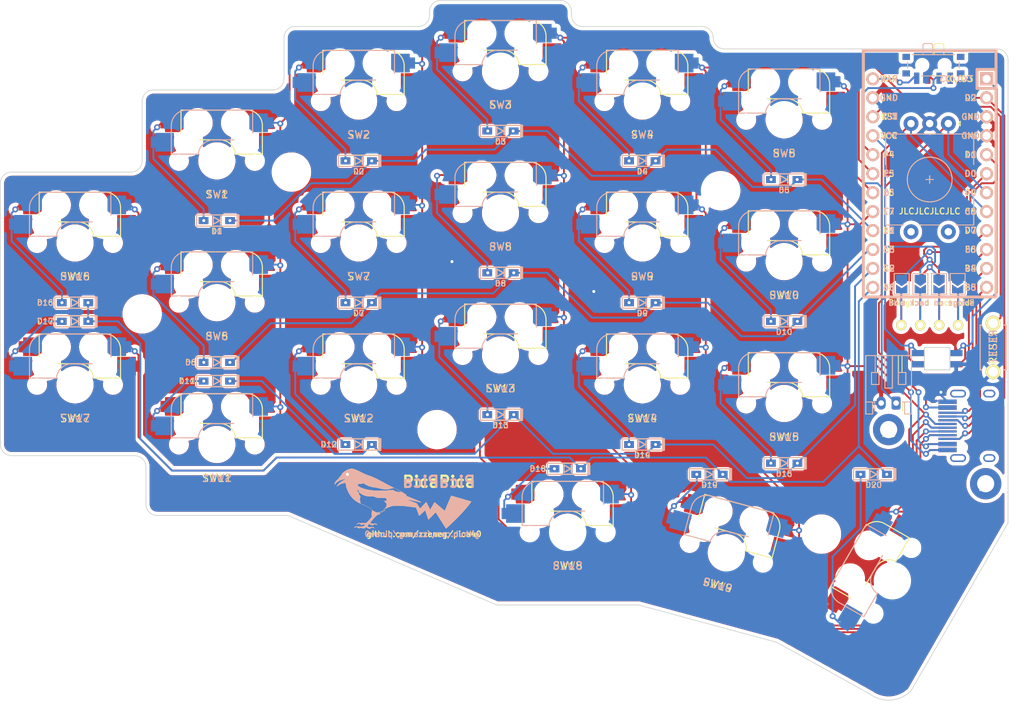
<source format=kicad_pcb>
(kicad_pcb (version 20211014) (generator pcbnew)
  (layers (0 "F.Cu" signal) (31 "B.Cu" signal) (34 "B.Paste" user) (35 "F.Paste" user) (36 "B.SilkS" user "B.Silkscreen") (37 "F.SilkS" user "F.Silkscreen") (38 "B.Mask" user) (39 "F.Mask" user) (44 "Edge.Cuts" user))
  (net 0 "")
  (net 1 "BATT")
  (net 2 "GND")
  (net 3 "RAW")
  (net 4 "row0")
  (net 5 "Net-(D1-Pad2)")
  (net 6 "Net-(D2-Pad2)")
  (net 7 "Net-(D3-Pad2)")
  (net 8 "Net-(D4-Pad2)")
  (net 9 "Net-(D5-Pad2)")
  (net 10 "row1")
  (net 11 "Net-(D6-Pad2)")
  (net 12 "Net-(D7-Pad2)")
  (net 13 "Net-(D8-Pad2)")
  (net 14 "Net-(D9-Pad2)")
  (net 15 "Net-(D10-Pad2)")
  (net 16 "row2")
  (net 17 "Net-(D11-Pad2)")
  (net 18 "Net-(D12-Pad2)")
  (net 19 "Net-(D13-Pad2)")
  (net 20 "Net-(D14-Pad2)")
  (net 21 "Net-(D15-Pad2)")
  (net 22 "row3")
  (net 23 "Net-(D16-Pad2)")
  (net 24 "Net-(D17-Pad2)")
  (net 25 "Net-(D18-Pad2)")
  (net 26 "Net-(D19-Pad2)")
  (net 27 "Net-(D20-Pad2)")
  (net 28 "SDA")
  (net 29 "Net-(JP1-Pad2)")
  (net 30 "SCL")
  (net 31 "Net-(JP3-Pad2)")
  (net 32 "VCC")
  (net 33 "Net-(JP5-Pad2)")
  (net 34 "Net-(JP7-Pad2)")
  (net 36 "LED")
  (net 37 "ENCB")
  (net 38 "ENCA")
  (net 39 "RESET")
  (net 40 "col0")
  (net 41 "col1")
  (net 42 "col2")
  (net 43 "col3")
  (net 44 "col4")
  (net 45 "row4")
  (net 46 "row5")
  (net 47 "row6")
  (net 48 "row7")
  (footprint "pica:CherryMX_Hotswap" (layer "F.Cu") (at 135.5 99)
    (fp_text reference "SW13")
    (fp_text value "SW_PUSH" hide)
  )
  (footprint "Jumper:SolderJumper-2_P1.3mm_Open_TrianglePad1.0x1.5mm" (layer "F.Cu") (at 194.25 89.5 -90)
    (fp_text reference "JP6" hide)
    (fp_text value "SolderJumper_2_Open" hide)
  )
  (footprint "pica:CherryMX_Hotswap" (layer "F.Cu") (at 173.5 86.5)
    (fp_text reference "SW10")
    (fp_text value "SW_PUSH" hide)
  )
  (footprint "pica:CherryMX_Hotswap" (layer "F.Cu") (at 97.5 111)
    (fp_text reference "SW11")
    (fp_text value "SW_PUSH" hide)
  )
  (footprint "kbd:M2_Hole_TH" (layer "F.Cu") (at 187.5 109)
    (fp_text reference "H6")
    (fp_text value "MountingHole")
  )
  (footprint "pica:CherryMX_Hotswap" (layer "F.Cu") (at 173.5 67.5)
    (fp_text reference "SW5")
    (fp_text value "SW_PUSH" hide)
  )
  (footprint "Jumper:SolderJumper-2_P1.3mm_Open_TrianglePad1.0x1.5mm" (layer "F.Cu") (at 189.25 89.5 -90)
    (fp_text reference "JP2" hide)
    (fp_text value "SolderJumper_2_Open" hide)
  )
  (footprint "pica:CherryMX_Hotswap" (layer "F.Cu") (at 116.5 103)
    (fp_text reference "SW12")
    (fp_text value "SW_PUSH" hide)
  )
  (footprint "kbd:ResetSW" (layer "F.Cu") (at 201.5 98 90)
    (fp_text reference "RESET1" hide)
    (fp_text value "SW_Push" hide)
  )
  (footprint "pica:CherryMX_Hotswap" (layer "F.Cu") (at 173.5 105.5)
    (fp_text reference "SW15")
    (fp_text value "SW_PUSH" hide)
  )
  (footprint "kbd:M2_HOLE_v2" (layer "F.Cu") (at 178.5 123)
    (fp_text reference "H2" hide)
    (fp_text value "MountingHole" hide)
  )
  (footprint "pica:CherryMX_Hotswap" (layer "F.Cu") (at 116.5 65)
    (fp_text reference "SW2")
    (fp_text value "SW_PUSH" hide)
  )
  (footprint "kbd:M2_HOLE_v2" (layer "F.Cu") (at 87.5 93.5)
    (fp_text reference "H3" hide)
    (fp_text value "MountingHole" hide)
  )
  (footprint "pica:RotaryEncoder_EC11-no-legs" (layer "F.Cu") (at 193 75.5 -90)
    (fp_text reference "RE1")
    (fp_text value "RotaryEncoder_Switch")
  )
  (footprint "Button_Switch_SMD:SW_SPDT_PCM12" (layer "F.Cu") (at 193.5 60.5 180)
    (fp_text reference "BATTSW1" hide)
    (fp_text value "SW_SPDT" hide)
  )
  (footprint "pica:CherryMX_Hotswap" (layer "F.Cu") (at 154.5 103)
    (fp_text reference "SW14")
    (fp_text value "SW_PUSH" hide)
  )
  (footprint "pica:logo" (layer "F.Cu") (at 121.25 118.25)
    (fp_text reference "G***" hide)
    (fp_text value "LOGO" hide)
  )
  (footprint "pica:CherryMX_Hotswap" (layer "F.Cu") (at 165.75 125.5 -15)
    (fp_text reference "SW19")
    (fp_text value "SW_PUSH" hide)
  )
  (footprint "pica:CherryMX_Hotswap" (layer "F.Cu") (at 154.5 65)
    (fp_text reference "SW4")
    (fp_text value "SW_PUSH" hide)
  )
  (footprint "kbd:OLED_v2" (layer "F.Cu") (at 193 95)
    (fp_text reference "OLED1" hide)
    (fp_text value "OLED" hide)
  )
  (footprint "pica:CherryMX_Hotswap" (layer "F.Cu") (at 78.5 84)
    (fp_text reference "SW16")
    (fp_text value "SW_PUSH" hide)
  )
  (footprint "typec:HRO-TYPE-C-31-M-12-HandSoldering" (layer "F.Cu") (at 203.585 108.5 90)
    (fp_text reference "USB1" hide)
    (fp_text value "HRO-TYPE-C-31-M-12" hide)
  )
  (footprint "pica:CherryMX_Hotswap_1.5" (layer "F.Cu") (at 188 129.25 60)
    (fp_text reference "SW20" hide)
    (fp_text value "SW_PUSH" hide)
  )
  (footprint "kbd:M2_HOLE_v2" (layer "F.Cu") (at 165 77)
    (fp_text reference "H5" hide)
    (fp_text value "MountingHole" hide)
  )
  (footprint "pica:CherryMX_Hotswap" (layer "F.Cu") (at 97.5 73)
    (fp_text reference "SW1")
    (fp_text value "SW_PUSH" hide)
  )
  (footprint "pica:CherryMX_Hotswap" (layer "F.Cu") (at 135.5 61)
    (fp_text reference "SW3")
    (fp_text value "SW_PUSH" hide)
  )
  (footprint "pica:CherryMX_Hotswap" (layer "F.Cu") (at 135.5 80)
    (fp_text reference "SW8")
    (fp_text value "SW_PUSH" hide)
  )
  (footprint "Jumper:SolderJumper-2_P1.3mm_Open_TrianglePad1.0x1.5mm" (layer "F.Cu") (at 191.75 89.5 -90)
    (fp_text reference "JP4" hide)
    (fp_text value "SolderJumper_2_Open" hide)
  )
  (footprint "kbd:M2_HOLE_v2" (layer "F.Cu") (at 107.5 74.5)
    (fp_text reference "H1" hide)
    (fp_text value "MountingHole" hide)
  )
  (footprint "Jumper:SolderJumper-2_P1.3mm_Open_TrianglePad1.0x1.5mm" (layer "F.Cu") (at 196.75 89.5 -90)
    (fp_text reference "JP8" hide)
    (fp_text value "SolderJumper_2_Open" hide)
  )
  (footprint "kbd:M2_Hole_TH" (layer "F.Cu") (at 200.5 116.25)
    (fp_text reference "H7")
    (fp_text value "MountingHole")
  )
  (footprint "pica:SK6812-MINI-E" (layer "F.Cu") (at 194 99.5)
    (fp_text reference "LED1" hide)
    (fp_text value "YS-SK6812MINI-E" hide)
    (fp_line (start 1.7 1.5) (end -1.7 1.5) (layer "Edge.Cuts") (width 0.12))
    (fp_line (start -1.7 1.5) (end -1.7 -1.5) (layer "Edge.Cuts") (width 0.12))
    (fp_line (start 1.7 -1.5) (end 1.7 1.5) (layer "Edge.Cuts") (width 0.12))
    (fp_line (start -1.7 -1.5) (end 1.7 -1.5) (layer "Edge.Cuts") (width 0.12))
  )
  (footprint "pica:CherryMX_Hotswap" (layer "F.Cu") (at 116.5 84)
    (fp_text reference "SW7")
    (fp_text value "SW_PUSH" hide)
  )
  (footprint "pica:CherryMX_Hotswap" (layer "F.Cu") (at 78.5 103)
    (fp_text reference "SW17")
    (fp_text value "SW_PUSH" hide)
  )
  (footprint "pica:CherryMX_Hotswap" (layer "F.Cu") (at 144.5 122.75)
    (fp_text reference "SW18")
    (fp_text value "SW_PUSH" hide)
  )
  (footprint "pica:JST_PH_S2B-PH-K_1x02_P2.00mm_Horizontal" (layer "F.Cu") (at 188.5 105.45 180)
    (fp_text reference "BATTCONN1" hide)
    (fp_text value "Conn_01x02_Female" hide)
  )
  (footprint "pica:CherryMX_Hotswap" (layer "F.Cu") (at 154.5 84)
    (fp_text reference "SW9")
    (fp_text value "SW_PUSH" hide)
  )
  (footprint "pica:CherryMX_Hotswap" (layer "F.Cu") (at 97.5 92)
    (fp_text reference "SW6")
    (fp_text value "SW_PUSH" hide)
  )
  (footprint "kbd:M2_HOLE_v2" (layer "F.Cu") (at 127 109)
    (fp_text reference "H4" hide)
    (fp_text value "MountingHole" hide)
  )
  (footprint "pica:D3_SMD" (layer "B.Cu") (at 154.5 111 180)
    (fp_text reference "D14")
    (fp_text value "D_Small" hide)
  )
  (footprint "keebio:ArduinoProMicro" (layer "B.Cu") (at 193 75.98675 -90)
    (fp_text reference "U1" hide)
    (fp_text value "ProMicro" hide)
  )
  (footprint "pica:D3_SMD" (layer "B.Cu") (at 116.5 92 180)
    (fp_text reference "D7")
    (fp_text value "D_Small" hide)
  )
  (footprint "pica:D3_SMD" (layer "B.Cu") (at 185.5 115 180)
    (fp_text reference "D20")
    (fp_text value "D_Small" hide)
  )
  (footprint "Jumper:SolderJumper-2_P1.3mm_Open_TrianglePad1.0x1.5mm" (layer "B.Cu") (at 194.25 89.5 -90)
    (fp_text reference "JP5" hide)
    (fp_text value "SolderJumper_2_Open" hide)
  )
  (footprint "pica:D3_SMD" (layer "B.Cu") (at 97.5 100 180)
    (fp_text reference "D6")
    (fp_text value "D_Small" hide)
  )
  (footprint "pica:D3_SMD" (layer "B.Cu") (at 173.5 113.5 180)
    (fp_text reference "D15")
    (fp_text value "D_Small" hide)
  )
  (footprint "pica:logo_mirror" (layer "B.Cu") (at 121.25 118.25 180)
    (fp_text reference "G***" hide)
    (fp_text value "LOGO" hide)
  )
  (footprint "pica:D3_SMD" (layer "B.Cu") (at 135.5 88 180)
    (fp_text reference "D8")
    (fp_text value "D_Small" hide)
  )
  (footprint "Jumper:SolderJumper-2_P1.3mm_Open_TrianglePad1.0x1.5mm" (layer "B.Cu") (at 196.75 89.5 -90)
    (fp_text reference "JP7" hide)
    (fp_text value "SolderJumper_2_Open" hide)
  )
  (footprint "Button_Switch_SMD:SW_SPDT_PCM12" (layer "B.Cu") (at 193.5 60.5)
    (fp_text reference "BATTSW2" hide)
    (fp_text value "SW_SPDT" hide)
  )
  (footprint "pica:D3_SMD" (layer "B.Cu") (at 78.5 94.5 180)
    (fp_text reference "D17")
    (fp_text value "D_Small" hide)
  )
  (footprint "pica:D3_SMD" (layer "B.Cu") (at 173.5 94.5 180)
    (fp_text reference "D10")
    (fp_text value "D_Small" hide)
  )
  (footprint "Jumper:SolderJumper-2_P1.3mm_Open_TrianglePad1.0x1.5mm" (layer "B.Cu") (at 189.25 89.5 -90)
    (fp_text reference "JP1" hide)
    (fp_text value "SolderJumper_2_Open" hide)
  )
  (footprint "pica:D3_SMD" (layer "B.Cu") (at 135.5 69 180)
    (fp_text reference "D3")
    (fp_text value "D_Small" hide)
  )
  (footprint "pica:D3_SMD" (layer "B.Cu") (at 135.5 107 180)
    (fp_text reference "D13")
    (fp_text value "D_Small" hide)
  )
  (footprint "pica:D3_SMD" (layer "B.Cu") (at 154.5 73 180)
    (fp_text reference "D4")
    (fp_text value "D_Small" hide)
  )
  (footprint "Jumper:SolderJumper-2_P1.3mm_Open_TrianglePad1.0x1.5mm" (layer "B.Cu") (at 191.75 89.5 -90)
    (fp_text reference "JP3" hide)
    (fp_text value "SolderJumper_2_Open" hide)
  )
  (footprint "pica:D3_SMD" (layer "B.Cu") (at 154.5 92 180)
    (fp_text reference "D9")
    (fp_text value "D_Small" hide)
  )
  (footprint "pica:D3_SMD" (layer "B.Cu") (at 173.5 75.5 180)
    (fp_text reference "D5")
    (fp_text value "D_Small" hide)
  )
  (footprint "typec:HRO-TYPE-C-31-M-12-HandSoldering" (layer "B.Cu") (at 203.585 108.5 -90)
    (fp_text reference "USB2" hide)
    (fp_text value "HRO-TYPE-C-31-M-12" hide)
  )
  (footprint "pica:D3_SMD" (layer "B.Cu") (at 116.5 111 180)
    (fp_text reference "D12")
    (fp_text value "D_Small" hide)
  )
  (footprint "pica:D3_SMD" (layer "B.Cu") (at 97.5 102.5 180)
    (fp_text reference "D11")
    (fp_text value "D_Small" hide)
  )
  (footprint "pica:D3_SMD" (layer "B.Cu") (at 97.5 81 180)
    (fp_text reference "D1")
    (fp_text value "D_Small" hide)
  )
  (footprint "pica:D3_SMD" (layer "B.Cu") (at 163.5 115 180)
    (fp_text reference "D19")
    (fp_text value "D_Small" hide)
  )
  (footprint "pica:D3_SMD" (layer "B.Cu") (at 144.5 114.25 180)
    (fp_text reference "D18")
    (fp_text value "D_Small" hide)
  )
  (footprint "pica:D3_SMD" (layer "B.Cu") (at 78.5 92 180)
    (fp_text reference "D16")
    (fp_text value "D_Small" hide)
  )
  (footprint "pica:D3_SMD" (layer "B.Cu") (at 116.5 73 180)
    (fp_text reference "D2")
    (fp_text value "D_Small" hide)
  )
  (gr_line (start 126 53) (end 126 53.5) (layer "Edge.Cuts") (width 0.1))
  (gr_line (start 145 53.5) (end 145 53) (layer "Edge.Cuts") (width 0.1))
  (gr_line (start 135 132.5) (end 154 132.5) (layer "Edge.Cuts") (width 0.1))
  (gr_line (start 190.5 144) (end 203.5 121.5) (layer "Edge.Cuts") (width 0.1))
  (gr_line (start 202 58) (end 165.5 58) (layer "Edge.Cuts") (width 0.1))
  (gr_line (start 89.5 120.5) (end 107 120.5) (layer "Edge.Cuts") (width 0.1))
  (gr_arc (start 86.5 112.5) (mid 87.56066 112.93934) (end 88 114) (layer "Edge.Cuts") (width 0.1))
  (gr_line (start 87.5 65) (end 87.5 73) (layer "Edge.Cuts") (width 0.1))
  (gr_arc (start 87.5 65) (mid 87.93934 63.93934) (end 89 63.5) (layer "Edge.Cuts") (width 0.1))
  (gr_line (start 143.5 51.5) (end 127.5 51.5) (layer "Edge.Cuts") (width 0.1))
  (gr_arc (start 106.5 62) (mid 106.06066 63.06066) (end 105 63.5) (layer "Edge.Cuts") (width 0.1))
  (gr_line (start 107 120.5) (end 135 132.5) (layer "Edge.Cuts") (width 0.1))
  (gr_arc (start 202 58) (mid 203.06066 58.43934) (end 203.5 59.5) (layer "Edge.Cuts") (width 0.1))
  (gr_arc (start 68.5 76) (mid 68.93934 74.93934) (end 70 74.5) (layer "Edge.Cuts") (width 0.1))
  (gr_line (start 203.5 121.5) (end 203.5 59.5) (layer "Edge.Cuts") (width 0.1))
  (gr_line (start 108.5 55) (end 108 55) (layer "Edge.Cuts") (width 0.1))
  (gr_arc (start 89.5 120.5) (mid 88.43934 120.06066) (end 88 119) (layer "Edge.Cuts") (width 0.1))
  (gr_arc (start 165.5 58) (mid 164.43934 57.56066) (end 164 56.5) (layer "Edge.Cuts") (width 0.1))
  (gr_arc (start 70 112.5) (mid 68.93934 112.06066) (end 68.5 111) (layer "Edge.Cuts") (width 0.1))
  (gr_line (start 105 63.5) (end 89 63.5) (layer "Edge.Cuts") (width 0.1))
  (gr_line (start 88 114) (end 88 119) (layer "Edge.Cuts") (width 0.1))
  (gr_line (start 106.5 56.5) (end 106.5 62) (layer "Edge.Cuts") (width 0.1))
  (gr_arc (start 190.5 144) (mid 187.849935 145.228185) (end 185.034016 144.452378) (layer "Edge.Cuts") (width 0.1))
  (gr_line (start 124.5 55) (end 108.5 55) (layer "Edge.Cuts") (width 0.1))
  (gr_arc (start 143.5 51.5) (mid 144.56066 51.93934) (end 145 53) (layer "Edge.Cuts") (width 0.1))
  (gr_line (start 86 74.5) (end 70 74.5) (layer "Edge.Cuts") (width 0.1))
  (gr_arc (start 87.5 73) (mid 87.06066 74.06066) (end 86 74.5) (layer "Edge.Cuts") (width 0.1))
  (gr_arc (start 146.5 55) (mid 145.43934 54.56066) (end 145 53.5) (layer "Edge.Cuts") (width 0.1))
  (gr_arc (start 126 53.5) (mid 125.56066 54.56066) (end 124.5 55) (layer "Edge.Cuts") (width 0.1))
  (gr_arc (start 126 53) (mid 126.43934 51.93934) (end 127.5 51.5) (layer "Edge.Cuts") (width 0.1))
  (gr_line (start 70 112.5) (end 86.5 112.5) (layer "Edge.Cuts") (width 0.1))
  (gr_arc (start 162.5 55) (mid 163.56066 55.43934) (end 164 56.5) (layer "Edge.Cuts") (width 0.1))
  (gr_line (start 185.034016 144.452378) (end 172.5 137.5) (layer "Edge.Cuts") (width 0.1))
  (gr_line (start 162.5 55) (end 146.5 55) (layer "Edge.Cuts") (width 0.1))
  (gr_arc (start 106.5 56.5) (mid 106.93934 55.43934) (end 108 55) (layer "Edge.Cuts") (width 0.1))
  (gr_line (start 68.5 76) (end 68.5 111) (layer "Edge.Cuts") (width 0.1))
  (gr_line (start 154 132.5) (end 172.5 137.5) (layer "Edge.Cuts") (width 0.1))
  (gr_text "Bridge on back side" (at 193.25 92) (layer "B.SilkS") (effects (font (size 0.75 0.75)) (justify mirror)))
  (gr_text "PicaPica" (at 127.25 116) (layer "B.SilkS") (effects (font (size 1.5 1.5) (thickness 0.3)) (justify mirror)))
  (gr_text "github.com/zzeneg/pica40" (at 125 123) (layer "B.SilkS") (effects (font (size 0.75 0.75)) (justify mirror)))
  (gr_text "PicaPica" (at 127.25 116) (layer "F.SilkS") (effects (font (size 1.5 1.5) (thickness 0.3))))
  (gr_text "Bridge on back side" (at 193.25 92) (layer "F.SilkS") (effects (font (size 0.75 0.75))))
  (gr_text "JLCJLCJLCJLC" (at 193 79.75) (layer "F.SilkS") (effects (font (size 0.8 0.8))))
  (gr_text "github.com/zzeneg/pica40" (at 125.25 123) (layer "F.SilkS") (effects (font (size 0.75 0.75))))
  (segment (start 193.5 63.25) (end 193.5 62.18) (width 0.25) (layer "F.Cu") (net 1))
  (segment (start 193.5 62.18) (end 192.75 61.43) (width 0.25) (layer "F.Cu") (net 1))
  (via (at 193.5 63.25) (size 0.8) (drill 0.4) (layers "F.Cu" "B.Cu") (net 1))
  (segment (start 184.25 76) (end 186 76) (width 0.25) (layer "B.Cu") (net 1))
  (segment (start 184 75.75) (end 184.25 76) (width 0.25) (layer "B.Cu") (net 1))
  (segment (start 193.5 62.18) (end 194.25 61.43) (width 0.25) (layer "B.Cu") (net 1))
  (segment (start 186.580811 103.530811) (end 188.5 105.45) (width 0.25) (layer "B.Cu") (net 1))
  (segment (start 186.580811 76.580811) (end 186.580811 103.530811) (width 0.25) (layer "B.Cu") (net 1))
  (segment (start 193.5 63.25) (end 193.5 62.18) (width 0.25) (layer "B.Cu") (net 1))
  (segment (start 184.75 63.25) (end 184 64) (width 0.25) (layer "B.Cu") (net 1))
  (segment (start 186 76) (end 186.580811 76.580811) (width 0.25) (layer "B.Cu") (net 1))
  (segment (start 193.5 63.25) (end 184.75 63.25) (width 0.25) (layer "B.Cu") (net 1))
  (segment (start 184 64) (end 184 75.75) (width 0.25) (layer "B.Cu") (net 1))
  (segment (start 194.5 104.385) (end 195.39 105.275) (width 0.25) (layer "F.Cu") (net 2))
  (segment (start 194.5 104) (end 194.5 104.385) (width 0.25) (layer "F.Cu") (net 2))
  (via (at 115 115) (size 0.8) (drill 0.4) (layers "F.Cu" "B.Cu") (net 2))
  (via (at 129 86.5) (size 0.8) (drill 0.4) (layers "F.Cu" "B.Cu") (net 2))
  (via (at 148 90.5) (size 0.8) (drill 0.4) (layers "F.Cu" "B.Cu") (net 2))
  (via (at 194.5 104) (size 0.8) (drill 0.4) (layers "F.Cu" "B.Cu") (net 2))
  (segment (start 194.5 104.385) (end 195.39 105.275) (width 0.25) (layer "B.Cu") (net 2))
  (segment (start 194.5 104) (end 194.5 104.385) (width 0.25) (layer "B.Cu") (net 2))
  (segment (start 196.737701 88.762701) (end 196.75 88.775) (width 0.25) (layer "B.Cu") (net 2))
  (segment (start 189 62.5) (end 190.18 62.5) (width 0.25) (layer "F.Cu") (net 3))
  (segment (start 190.18 62.5) (end 191.25 61.43) (width 0.25) (layer "F.Cu") (net 3))
  (via (at 189 62.5) (size 0.8) (drill 0.4) (layers "F.Cu" "B.Cu") (net 3))
  (segment (start 189 62.5) (end 190.18 62.5) (width 0.25) (layer "B.Cu") (net 3))
  (segment (start 188.51675 62.01675) (end 185.38 62.01675) (width 0.25) (layer "B.Cu") (net 3))
  (segment (start 190.18 62.5) (end 191.25 61.43) (width 0.25) (layer "B.Cu") (net 3))
  (segment (start 189 62.5) (end 188.51675 62.01675) (width 0.25) (layer "B.Cu") (net 3))
  (via (at 156.275 73) (size 0.8) (drill 0.4) (layers "F.Cu" "B.Cu") (net 4))
  (via (at 175.25 75.5) (size 0.8) (drill 0.4) (layers "F.Cu" "B.Cu") (net 4))
  (via (at 118.25 73) (size 0.8) (drill 0.4) (layers "F.Cu" "B.Cu") (net 4))
  (via (at 137.2 69) (size 0.8) (drill 0.4) (layers "F.Cu" "B.Cu") (net 4))
  (via (at 99.25 81) (size 0.8) (drill 0.4) (layers "F.Cu" "B.Cu") (net 4))
  (segment (start 115.275 76) (end 118.275 73) (width 0.25) (layer "B.Cu") (net 4))
  (segment (start 99.25 81) (end 105.125 81) (width 0.25) (layer "B.Cu") (net 4))
  (segment (start 110.125 76) (end 115.275 76) (width 0.25) (layer "B.Cu") (net 4))
  (segment (start 178.54325 75.5) (end 185.38 82.33675) (width 0.25) (layer "B.Cu") (net 4))
  (segment (start 137.275 69) (end 141.75 69) (width 0.25) (layer "B.Cu") (net 4))
  (segment (start 105.125 81) (end 110.125 76) (width 0.25) (layer "B.Cu") (net 4))
  (segment (start 147.75 75) (end 154.275 75) (width 0.25) (layer "B.Cu") (net 4))
  (segment (start 134.7 71.5) (end 137.2 69) (width 0.25) (layer "B.Cu") (net 4))
  (segment (start 125.5 71.5) (end 134.7 71.5) (width 0.25) (layer "B.Cu") (net 4))
  (segment (start 156.275 73) (end 157.775 71.5) (width 0.25) (layer "B.Cu") (net 4))
  (segment (start 154.275 75) (end 156.275 73) (width 0.25) (layer "B.Cu") (net 4))
  (segment (start 141.75 69) (end 147.75 75) (width 0.25) (layer "B.Cu") (net 4))
  (segment (start 174.275 76.5) (end 175.275 75.5) (width 0.25) (layer "B.Cu") (net 4))
  (segment (start 169.25 76.5) (end 174.275 76.5) (width 0.25) (layer "B.Cu") (net 4))
  (segment (start 157.775 71.5) (end 164.25 71.5) (width 0.25) (layer "B.Cu") (net 4))
  (segment (start 164.25 71.5) (end 169.25 76.5) (width 0.25) (layer "B.Cu") (net 4))
  (segment (start 175.25 75.5) (end 178.54325 75.5) (width 0.25) (layer "B.Cu") (net 4))
  (segment (start 124 73) (end 125.5 71.5) (width 0.25) (layer "B.Cu") (net 4))
  (segment (start 118.275 73) (end 124 73) (width 0.25) (layer "B.Cu") (net 4))
  (segment (start 90.1 67.9) (end 90.3 67.9) (width 0.25) (layer "F.Cu") (net 5))
  (segment (start 89.5 68.5) (end 90.1 67.9) (width 0.25) (layer "F.Cu") (net 5))
  (via (at 89.5 68.5) (size 0.8) (drill 0.4) (layers "F.Cu" "B.Cu") (net 5))
  (via (at 95.75 81) (size 0.8) (drill 0.4) (layers "F.Cu" "B.Cu") (net 5))
  (segment (start 89 72.75) (end 95.725 79.475) (width 0.25) (layer "B.Cu") (net 5))
  (segment (start 95.725 79.475) (end 95.725 81) (width 0.25) (layer "B.Cu") (net 5))
  (segment (start 89 69) (end 89 72.75) (width 0.25) (layer "B.Cu") (net 5))
  (segment (start 89.5 68.5) (end 89 69) (width 0.25) (layer "B.Cu") (net 5))
  (segment (start 109.2 60) (end 109.3 59.9) (width 0.25) (layer "F.Cu") (net 6))
  (segment (start 109.1 59.9) (end 109.3 59.9) (width 0.25) (layer "F.Cu") (net 6))
  (segment (start 108.5 60.5) (end 109.1 59.9) (width 0.25) (layer "F.Cu") (net 6))
  (via (at 114.75 73) (size 0.8) (drill 0.4) (layers "F.Cu" "B.Cu") (net 6))
  (via (at 108.5 60.5) (size 0.8) (drill 0.4) (layers "F.Cu" "B.Cu") (net 6))
  (segment (start 108 64.75) (end 114.725 71.475) (width 0.25) (layer "B.Cu") (net 6))
  (segment (start 108.5 60.5) (end 108 61) (width 0.25) (layer "B.Cu") (net 6))
  (segment (start 108 61) (end 108 64.75) (width 0.25) (layer "B.Cu") (net 6))
  (segment (start 114.725 71.475) (end 114.725 73) (width 0.25) (layer "B.Cu") (net 6))
  (segment (start 127.5 56.5) (end 128.1 55.9) (width 0.25) (layer "F.Cu") (net 7))
  (segment (start 128.1 55.9) (end 128.3 55.9) (width 0.25) (layer "F.Cu") (net 7))
  (via (at 127.5 56.5) (size 0.8) (drill 0.4) (layers "F.Cu" "B.Cu") (net 7))
  (via (at 133.8 69) (size 0.8) (drill 0.4) (layers "F.Cu" "B.Cu") (net 7))
  (segment (start 127 57) (end 127 58.5) (width 0.25) (layer "B.Cu") (net 7))
  (segment (start 133.725 67.475) (end 133.725 69) (width 0.25) (layer "B.Cu") (net 7))
  (segment (start 127 58.5) (end 127 60.75) (width 0.25) (layer "B.Cu") (net 7))
  (segment (start 127 60.75) (end 133.725 67.475) (width 0.25) (layer "B.Cu") (net 7))
  (segment (start 127.5 56.5) (end 127 57) (width 0.25) (layer "B.Cu") (net 7))
  (segment (start 146.5 60.5) (end 147.1 59.9) (width 0.25) (layer "F.Cu") (net 8))
  (via (at 152.725 73) (size 0.8) (drill 0.4) (layers "F.Cu" "B.Cu") (net 8))
  (via (at 146.5 60.5) (size 0.8) (drill 0.4) (layers "F.Cu" "B.Cu") (net 8))
  (segment (start 146 61) (end 146.5 60.5) (width 0.25) (layer "B.Cu") (net 8))
  (segment (start 146 62.5) (end 146 61) (width 0.25) (layer "B.Cu") (net 8))
  (segment (start 146 65) (end 152.725 71.725) (width 0.25) (layer "B.Cu") (net 8))
  (segment (start 152.725 71.725) (end 152.725 73) (width 0.25) (layer "B.Cu") (net 8))
  (segment (start 146 62.5) (end 146 65) (width 0.25) (layer "B.Cu") (net 8))
  (segment (start 165.5 63) (end 166.171195 62.328805) (width 0.25) (layer "F.Cu") (net 9))
  (segment (start 166.171195 62.328805) (end 166.347032 62.328805) (width 0.25) (layer "F.Cu") (net 9))
  (via (at 171.75 75.5) (size 0.8) (drill 0.4) (layers "F.Cu" "B.Cu") (net 9))
  (via (at 165.5 63) (size 0.8) (drill 0.4) (layers "F.Cu" "B.Cu") (net 9))
  (segment (start 171.75 75.5) (end 171.75 74.25) (width 0.25) (layer "B.Cu") (net 9))
  (segment (start 165 63.5) (end 165 64.975837) (width 0.25) (layer "B.Cu") (net 9))
  (segment (start 165.5 63) (end 165 63.5) (width 0.25) (layer "B.Cu") (net 9))
  (segment (start 171.75 74.25) (end 165 67.5) (width 0.25) (layer "B.Cu") (net 9))
  (segment (start 165 67.5) (end 165 65) (width 0.25) (layer "B.Cu") (net 9))
  (via (at 99.25 100) (size 0.8) (drill 0.4) (layers "F.Cu" "B.Cu") (net 10))
  (via (at 156.275 92) (size 0.8) (drill 0.4) (layers "F.Cu" "B.Cu") (net 10))
  (via (at 137.275 88) (size 0.8) (drill 0.4) (layers "F.Cu" "B.Cu") (net 10))
  (via (at 118.25 92) (size 0.8) (drill 0.4) (layers "F.Cu" "B.Cu") (net 10))
  (via (at 175.275 94.5) (size 0.8) (drill 0.4) (layers "F.Cu" "B.Cu") (net 10))
  (segment (start 173.275 96.5) (end 167.75 96.5) (width 0.25) (layer "B.Cu") (net 10))
  (segment (start 115.5 94.75) (end 104.75 94.75) (width 0.25) (layer "B.Cu") (net 10))
  (segment (start 167.75 96.5) (end 163.25 92) (width 0.25) (layer "B.Cu") (net 10))
  (segment (start 154.275 94) (end 156.275 92) (width 0.25) (layer "B.Cu") (net 10))
  (segment (start 163.25 92) (end 156.275 92) (width 0.25) (layer "B.Cu") (net 10))
  (segment (start 175.275 94.5) (end 173.275 96.5) (width 0.25) (layer "B.Cu") (net 10))
  (segment (start 141.75 88) (end 147.75 94) (width 0.25) (layer "B.Cu") (net 10))
  (segment (start 175.275 94.475) (end 184.87325 84.87675) (width 0.25) (layer "B.Cu") (net 10))
  (segment (start 104.75 94.75) (end 99.5 100) (width 0.25) (layer "B.Cu") (net 10))
  (segment (start 137.275 88) (end 134.525 90.75) (width 0.25) (layer "B.Cu") (net 10))
  (segment (start 147.75 94) (end 154.275 94) (width 0.25) (layer "B.Cu") (net 10))
  (segment (start 137.275 88) (end 141.75 88) (width 0.25) (layer "B.Cu") (net 10))
  (segment (start 175.275 94.5) (end 175.275 94.475) (width 0.25) (layer "B.Cu") (net 10))
  (segment (start 119.5 90.75) (end 118.25 92) (width 0.25) (layer "B.Cu") (net 10))
  (segment (start 134.525 90.75) (end 119.5 90.75) (width 0.25) (layer "B.Cu") (net 10))
  (segment (start 99.5 100) (end 99.25 100) (width 0.25) (layer "B.Cu") (net 10))
  (segment (start 118.25 92) (end 115.5 94.75) (width 0.25) (layer "B.Cu") (net 10))
  (segment (start 184.87325 84.87675) (end 185.38 84.87675) (width 0.25) (layer "B.Cu") (net 10))
  (segment (start 89.5 87.5) (end 90.1 86.9) (width 0.25) (layer "F.Cu") (net 11))
  (segment (start 90.1 86.9) (end 90.3 86.9) (width 0.25) (layer "F.Cu") (net 11))
  (via (at 95.75 100) (size 0.8) (drill 0.4) (layers "F.Cu" "B.Cu") (net 11))
  (via (at 89.5 87.5) (size 0.8) (drill 0.4) (layers "F.Cu" "B.Cu") (net 11))
  (segment (start 89 88) (end 89 91) (width 0.25) (layer "B.Cu") (net 11))
  (segment (start 89 91) (end 95.75 97.75) (width 0.25) (layer "B.Cu") (net 11))
  (segment (start 95.75 97.75) (end 95.75 100) (width 0.25) (layer "B.Cu") (net 11))
  (segment (start 89.5 87.5) (end 89 88) (width 0.25) (layer "B.Cu") (net 11))
  (segment (start 109.1 78.9) (end 109.3 78.9) (width 0.25) (layer "F.Cu") (net 12))
  (segment (start 108.5 79.5) (end 109.1 78.9) (width 0.25) (layer "F.Cu") (net 12))
  (via (at 114.75 92) (size 0.8) (drill 0.4) (layers "F.Cu" "B.Cu") (net 12))
  (via (at 108.5 79.5) (size 0.8) (drill 0.4) (layers "F.Cu" "B.Cu") (net 12))
  (segment (start 114.75 90.5) (end 114.75 92) (width 0.25) (layer "B.Cu") (net 12))
  (segment (start 108 80) (end 108 83.75) (width 0.25) (layer "B.Cu") (net 12))
  (segment (start 108.5 79.5) (end 108 80) (width 0.25) (layer "B.Cu") (net 12))
  (segment (start 108 83.75) (end 114.75 90.5) (width 0.25) (layer "B.Cu") (net 12))
  (segment (start 127.1 74.9) (end 127 75) (width 0.25) (layer "F.Cu") (net 13))
  (segment (start 128.3 74.9) (end 127.1 74.9) (width 0.25) (layer "F.Cu") (net 13))
  (via (at 127 75) (size 0.8) (drill 0.4) (layers "F.Cu" "B.Cu") (net 13))
  (via (at 133.8 88) (size 0.8) (drill 0.4) (layers "F.Cu" "B.Cu") (net 13))
  (segment (start 127 75) (end 127 80) (width 0.25) (layer "B.Cu") (net 13))
  (segment (start 133.725 86.725) (end 133.725 88) (width 0.25) (layer "B.Cu") (net 13))
  (segment (start 127 80) (end 133.725 86.725) (width 0.25) (layer "B.Cu") (net 13))
  (segment (start 146.5 79.5) (end 147.1 78.9) (width 0.25) (layer "F.Cu") (net 14))
  (via (at 152.725 92) (size 0.8) (drill 0.4) (layers "F.Cu" "B.Cu") (net 14))
  (via (at 146.5 79.5) (size 0.8) (drill 0.4) (layers "F.Cu" "B.Cu") (net 14))
  (segment (start 152.725 90.475) (end 152.725 92) (width 0.25) (layer "B.Cu") (net 14))
  (segment (start 146 80) (end 146 83.75) (width 0.25) (layer "B.Cu") (net 14))
  (segment (start 146 83.75) (end 152.725 90.475) (width 0.25) (layer "B.Cu") (net 14))
  (segment (start 146.5 79.5) (end 146 80) (width 0.25) (layer "B.Cu") (net 14))
  (segment (start 165.5 82) (end 166.1 81.4) (width 0.25) (layer "F.Cu") (net 15))
  (via (at 165.5 82) (size 0.8) (drill 0.4) (layers "F.Cu" "B.Cu") (net 15))
  (via (at 171.725 94.5) (size 0.8) (drill 0.4) (layers "F.Cu" "B.Cu") (net 15))
  (segment (start 165 84) (end 165 82.5) (width 0.25) (layer "B.Cu") (net 15))
  (segment (start 165 82.5) (end 165.5 82) (width 0.25) (layer "B.Cu") (net 15))
  (segment (start 165 84) (end 165 86.25) (width 0.25) (layer "B.Cu") (net 15))
  (segment (start 171.725 92.975) (end 171.725 94.5) (width 0.25) (layer "B.Cu") (net 15))
  (segment (start 165 86.25) (end 171.725 92.975) (width 0.25) (layer "B.Cu") (net 15))
  (via (at 175.275 113.5) (size 0.8) (drill 0.4) (layers "F.Cu" "B.Cu") (net 16))
  (via (at 99.25 102.5) (size 0.8) (drill 0.4) (layers "F.Cu" "B.Cu") (net 16))
  (via (at 156.275 111) (size 0.8) (drill 0.4) (layers "F.Cu" "B.Cu") (net 16))
  (via (at 137.275 107) (size 0.8) (drill 0.4) (layers "F.Cu" "B.Cu") (net 16))
  (via (at 118.25 111) (size 0.8) (drill 0.4) (layers "F.Cu" "B.Cu") (net 16))
  (segment (start 173.275 115.5) (end 175.275 113.5) (width 0.25) (layer "B.Cu") (net 16))
  (segment (start 168.5 115.5) (end 173.275 115.5) (width 0.25) (layer "B.Cu") (net 16))
  (segment (start 156.275 111) (end 164 111) (width 0.25) (layer "B.Cu") (net 16))
  (segment (start 175.275 113.475) (end 183 105.75) (width 0.25) (layer "B.Cu") (net 16))
  (segment (start 117.025 112.25) (end 118.275 111) (width 0.25) (layer "B.Cu") (net 16))
  (segment (start 183 89.79675) (end 185.38 87.41675) (width 0.25) (layer "B.Cu") (net 16))
  (segment (start 175.275 113.5) (end 175.275 113.475) (width 0.25) (layer "B.Cu") (net 16))
  (segment (start 119.525 112.25) (end 132.025 112.25) (width 0.25) (layer "B.Cu") (net 16))
  (segment (start 132.025 112.25) (end 137.275 107) (width 0.25) (layer "B.Cu") (net 16))
  (segment (start 103.524614 102.5) (end 113.274614 112.25) (width 0.25) (layer "B.Cu") (net 16))
  (segment (start 137.275 107) (end 142.525 112.25) (width 0.25) (layer "B.Cu") (net 16))
  (segment (start 183 105.75) (end 183 89.79675) (width 0.25) (layer "B.Cu") (net 16))
  (segment (start 99.25 102.5) (end 103.524614 102.5) (width 0.25) (layer "B.Cu") (net 16))
  (segment (start 118.275 111) (end 119.525 112.25) (width 0.25) (layer "B.Cu") (net 16))
  (segment (start 113.274614 112.25) (end 117.025 112.25) (width 0.25) (layer "B.Cu") (net 16))
  (segment (start 142.525 112.25) (end 155.025 112.25) (width 0.25) (layer "B.Cu") (net 16))
  (segment (start 164 111) (end 168.5 115.5) (width 0.25) (layer "B.Cu") (net 16))
  (segment (start 155.025 112.25) (end 156.275 111) (width 0.25) (layer "B.Cu") (net 16))
  (segment (start 89.5 106.5) (end 90.1 105.9) (width 0.25) (layer "F.Cu") (net 17))
  (segment (start 90.1 105.9) (end 90.3 105.9) (width 0.25) (layer "F.Cu") (net 17))
  (via (at 89.5 106.5) (size 0.8) (drill 0.4) (layers "F.Cu" "B.Cu") (net 17))
  (via (at 95.75 102.5) (size 0.8) (drill 0.4) (layers "F.Cu" "B.Cu") (net 17))
  (segment (start 95.725 102.5) (end 93.5 102.5) (width 0.25) (layer "B.Cu") (net 17))
  (segment (start 89 108.5) (end 89 107) (width 0.25) (layer "B.Cu") (net 17))
  (segment (start 89 107) (end 89.5 106.5) (width 0.25) (layer "B.Cu") (net 17))
  (segment (start 93.5 102.5) (end 89.5 106.5) (width 0.25) (layer "B.Cu") (net 17))
  (segment (start 109.1 97.9) (end 109.3 97.9) (width 0.25) (layer "F.Cu") (net 18))
  (segment (start 108.5 98.5) (end 109.1 97.9) (width 0.25) (layer "F.Cu") (net 18))
  (via (at 114.725 111) (size 0.8) (drill 0.4) (layers "F.Cu" "B.Cu") (net 18))
  (via (at 108.5 98.5) (size 0.8) (drill 0.4) (layers "F.Cu" "B.Cu") (net 18))
  (segment (start 108 99) (end 108.5 98.5) (width 0.25) (layer "B.Cu") (net 18))
  (segment (start 114.725 110.975) (end 108 104.25) (width 0.25) (layer "B.Cu") (net 18))
  (segment (start 108 104.25) (end 108 99) (width 0.25) (layer "B.Cu") (net 18))
  (segment (start 128.1 93.9) (end 128.3 93.9) (width 0.25) (layer "F.Cu") (net 19))
  (segment (start 127.5 94.5) (end 128.1 93.9) (width 0.25) (layer "F.Cu") (net 19))
  (via (at 127.5 94.5) (size 0.8) (drill 0.4) (layers "F.Cu" "B.Cu") (net 19))
  (via (at 133.75 107) (size 0.8) (drill 0.4) (layers "F.Cu" "B.Cu") (net 19))
  (segment (start 133.75 105.75) (end 133.75 107) (width 0.25) (layer "B.Cu") (net 19))
  (segment (start 127.3 94.7) (end 127.3 99.3) (width 0.25) (layer "B.Cu") (net 19))
  (segment (start 127.5 94.5) (end 127.3 94.7) (width 0.25) (layer "B.Cu") (net 19))
  (segment (start 127.3 99.3) (end 133.75 105.75) (width 0.25) (layer "B.Cu") (net 19))
  (segment (start 146.5 98.5) (end 147.1 97.9) (width 0.25) (layer "F.Cu") (net 20))
  (via (at 146.5 98.5) (size 0.8) (drill 0.4) (layers "F.Cu" "B.Cu") (net 20))
  (via (at 152.725 111) (size 0.8) (drill 0.4) (layers "F.Cu" "B.Cu") (net 20))
  (segment (start 146 103.2) (end 152.725 109.925) (width 0.25) (layer "B.Cu") (net 20))
  (segment (start 146 99) (end 146.5 98.5) (width 0.25) (layer "B.Cu") (net 20))
  (segment (start 146 100.5) (end 146 103.2) (width 0.25) (layer "B.Cu") (net 20))
  (segment (start 146 100.5) (end 146 99) (width 0.25) (layer "B.Cu") (net 20))
  (segment (start 152.725 109.925) (end 152.725 111) (width 0.25) (layer "B.Cu") (net 20))
  (segment (start 165.85 100.4) (end 166.6 100.4) (width 0.25) (layer "F.Cu") (net 21))
  (segment (start 165.5 100.75) (end 165.85 100.4) (width 0.25) (layer "F.Cu") (net 21))
  (via (at 165.5 100.75) (size 0.8) (drill 0.4) (layers "F.Cu" "B.Cu") (net 21))
  (via (at 171.725 113.5) (size 0.8) (drill 0.4) (layers "F.Cu" "B.Cu") (net 21))
  (segment (start 165 105.5) (end 165 103) (width 0.25) (layer "B.Cu") (net 21))
  (segment (start 165 101.25) (end 165.5 100.75) (width 0.25) (layer "B.Cu") (net 21))
  (segment (start 165 103) (end 165 101.25) (width 0.25) (layer "B.Cu") (net 21))
  (segment (start 171.725 112.225) (end 165 105.5) (width 0.25) (layer "B.Cu") (net 21))
  (segment (start 171.725 113.5) (end 171.725 112.225) (width 0.25) (layer "B.Cu") (net 21))
  (via (at 187.25 115) (size 0.8) (drill 0.4) (layers "F.Cu" "B.Cu") (net 22))
  (via (at 80.25 92) (size 0.8) (drill 0.4) (layers "F.Cu" "B.Cu") (net 22))
  (via (at 146.275 114.25) (size 0.8) (drill 0.4) (layers "F.Cu" "B.Cu") (net 22))
  (via (at 80.25 94.5) (size 0.8) (drill 0.4) (layers "F.Cu" "B.Cu") (net 22))
  (via (at 165.275 115) (size 0.8) (drill 0.4) (layers "F.Cu" "B.Cu") (net 22))
  (segment (start 187.25 115) (end 187.275 115) (width 0.25) (layer "B.Cu") (net 22))
  (segment (start 87.25 110.25) (end 91.5 114.5) (width 0.25) (layer "B.Cu") (net 22))
  (segment (start 144.775 112.75) (end 146.275 114.25) (width 0.25) (layer "B.Cu") (net 22))
  (segment (start 166.275 116) (end 178.75 116) (width 0.25) (layer "B.Cu") (net 22))
  (segment (start 80.25 92) (end 80.25 94.5) (width 0.25) (layer "B.Cu") (net 22))
  (segment (start 165.275 115) (end 166.275 116) (width 0.25) (layer "B.Cu") (net 22))
  (segment (start 80.25 94.5) (end 84.25 94.5) (width 0.25) (layer "B.Cu") (net 22))
  (segment (start 187.275 115) (end 183.5 111.225) (width 0.25) (layer "B.Cu") (net 22))
  (segment (start 183.5 111.225) (end 183.5 91.83675) (width 0.25) (layer "B.Cu") (net 22))
  (segment (start 147.775 112.75) (end 163.025 112.75) (width 0.25) (layer "B.Cu") (net 22))
  (segment (start 84.25 94.5) (end 87.25 97.5) (width 0.25) (layer "B.Cu") (net 22))
  (segment (start 105.5 112.75) (end 144.775 112.75) (width 0.25) (layer "B.Cu") (net 22))
  (segment (start 103.75 114.5) (end 105.5 112.75) (width 0.25) (layer "B.Cu") (net 22))
  (segment (start 87.25 97.5) (end 87.25 110.25) (width 0.25) (layer "B.Cu") (net 22))
  (segment (start 183.5 91.83675) (end 185.38 89.95675) (width 0.25) (layer "B.Cu") (net 22))
  (segment (start 146.275 114.25) (end 147.775 112.75) (width 0.25) (layer "B.Cu") (net 22))
  (segment (start 91.5 114.5) (end 103.75 114.5) (width 0.25) (layer "B.Cu") (net 22))
  (segment (start 178.75 116) (end 183.5 111.25) (width 0.25) (layer "B.Cu") (net 22))
  (segment (start 163.025 112.75) (end 165.275 115) (width 0.25) (layer "B.Cu") (net 22))
  (segment (start 71.1 78.9) (end 71.3 78.9) (width 0.25) (layer "F.Cu") (net 23))
  (segment (start 70.5 79.5) (end 71.1 78.9) (width 0.25) (layer "F.Cu") (net 23))
  (via (at 70.5 79.5) (size 0.8) (drill 0.4) (layers "F.Cu" "B.Cu") (net 23))
  (via (at 76.75 92) (size 0.8) (drill 0.4) (layers "F.Cu" "B.Cu") (net 23))
  (segment (start 70 81.5) (end 70 83.75) (width 0.25) (layer "B.Cu") (net 23))
  (segment (start 70 81.5) (end 70 80) (width 0.25) (layer "B.Cu") (net 23))
  (segment (start 76.75 90.5) (end 76.75 92) (width 0.25) (layer "B.Cu") (net 23))
  (segment (start 70 80) (end 70.5 79.5) (width 0.25) (layer "B.Cu") (net 23))
  (segment (start 70 83.75) (end 76.75 90.5) (width 0.25) (layer "B.Cu") (net 23))
  (segment (start 71.1 97.9) (end 71.3 97.9) (width 0.25) (layer "F.Cu") (net 24))
  (segment (start 70.5 98.5) (end 71.1 97.9) (width 0.25) (layer "F.Cu") (net 24))
  (via (at 76.75 94.5) (size 0.8) (drill 0.4) (layers "F.Cu" "B.Cu") (net 24))
  (via (at 70.5 98.5) (size 0.8) (drill 0.4) (layers "F.Cu" "B.Cu") (net 24))
  (segment (start 76.75 94.5) (end 74.5 94.5) (width 0.25) (layer "B.Cu") (net 24))
  (segment (start 70 99) (end 70.5 98.5) (width 0.25) (layer "B.Cu") (net 24))
  (segment (start 74.5 94.5) (end 70.5 98.5) (width 0.25) (layer "B.Cu") (net 24))
  (segment (start 70 100.5) (end 70 99) (width 0.25) (layer "B.Cu") (net 24))
  (segment (start 136.85 117.65) (end 137.6 117.65) (width 0.25) (layer "F.Cu") (net 25))
  (segment (start 136.5 118) (end 136.85 117.65) (width 0.25) (layer "F.Cu") (net 25))
  (via (at 142.725 114.25) (size 0.8) (drill 0.4) (layers "F.Cu" "B.Cu") (net 25))
  (via (at 136.5 118) (size 0.8) (drill 0.4) (layers "F.Cu" "B.Cu") (net 25))
  (segment (start 136.5 118) (end 140.25 114.25) (width 0.25) (layer "B.Cu") (net 25))
  (segment (start 136 118.5) (end 136 120.25) (width 0.25) (layer "B.Cu") (net 25))
  (segment (start 140.25 114.25) (end 142.725 114.25) (width 0.25) (layer "B.Cu") (net 25))
  (segment (start 136.5 118) (end 136 118.5) (width 0.25) (layer "B.Cu") (net 25))
  (segment (start 158.75 119.25) (end 159.289719 118.710281) (width 0.25) (layer "F.Cu") (net 26))
  (segment (start 159.289719 118.710281) (end 160.415311 118.710281) (width 0.25) (layer "F.Cu") (net 26))
  (via (at 158.75 119.25) (size 0.8) (drill 0.4) (layers "F.Cu" "B.Cu") (net 26))
  (via (at 161.8 115) (size 0.8) (drill 0.4) (layers "F.Cu" "B.Cu") (net 26))
  (segment (start 158.186678 119.813322) (end 158.186678 120.885224) (width 0.25) (layer "B.Cu") (net 26))
  (segment (start 158.75 119.25) (end 158.186678 119.813322) (width 0.25) (layer "B.Cu") (net 26))
  (segment (start 161.8 116.2) (end 161.8 115) (width 0.25) (layer "B.Cu") (net 26))
  (segment (start 158.75 119.25) (end 161.8 116.2) (width 0.25) (layer "B.Cu") (net 26))
  (segment (start 179.98327 133.98327) (end 179.98327 132.935383) (width 0.25) (layer "F.Cu") (net 27))
  (segment (start 180 134) (end 179.98327 133.98327) (width 0.25) (layer "F.Cu") (net 27))
  (via (at 180 134) (size 0.8) (drill 0.4) (layers "F.Cu" "B.Cu") (net 27))
  (via (at 183.75 115) (size 0.8) (drill 0.4) (layers "F.Cu" "B.Cu") (net 27))
  (segment (start 183.75 122.25) (end 183.75 115.025) (width 0.25) (layer "B.Cu") (net 27))
  (segment (start 180 134) (end 181.361216 135.361216) (width 0.25) (layer "B.Cu") (net 27))
  (segment (start 181.361216 135.361216) (end 181.584936 135.361216) (width 0.25) (layer "B.Cu") (net 27))
  (segment (start 180 134) (end 180 126) (width 0.25) (layer "B.Cu") (net 27))
  (segment (start 180 126) (end 183.75 122.25) (width 0.25) (layer "B.Cu") (net 27))
  (segment (start 202 73.528375) (end 200.648375 72.17675) (width 0.25) (layer "F.Cu") (net 28))
  (segment (start 192.999549 85.224951) (end 196.775049 85.224951) (width 0.25) (layer "F.Cu") (net 28))
  (segment (start 201.5 76) (end 202 75.5) (width 0.25) (layer "F.Cu") (net 28))
  (segment (start 198.44952 77.522948) (end 199.972468 76) (width 0.25) (layer "F.Cu") (net 28))
  (segment (start 196.775049 85.224951) (end 198.44952 83.55048) (width 0.25) (layer "F.Cu") (net 28))
  (segment (start 202 75.5) (end 202 73.528375) (width 0.25) (layer "F.Cu") (net 28))
  (segment (start 196.75 85.224951) (end 196.75 88.775) (width 0.25) (layer "F.Cu") (net 28))
  (segment (start 199.972468 76) (end 201.5 76) (width 0.25) (layer "F.Cu") (net 28))
  (segment (start 200.648375 72.17675) (end 200.62 72.17675) (width 0.25) (layer "F.Cu") (net 28))
  (segment (start 198.44952 83.55048) (end 198.44952 77.522948) (width 0.25) (layer "F.Cu") (net 28))
  (via (at 192.999549 85.224951) (size 0.8) (drill 0.4) (layers "F.Cu" "B.Cu") (net 28))
  (segment (start 192.775049 85.224951) (end 189.25 88.75) (width 0.25) (layer "B.Cu") (net 28))
  (segment (start 192.999549 85.224951) (end 192.775049 85.224951) (width 0.25) (layer "B.Cu") (net 28))
  (segment (start 189.25 88.75) (end 189.25 88.775) (width 0.25) (layer "B.Cu") (net 28))
  (segment (start 189.19 95) (end 189.19 90.535) (width 0.25) (layer "F.Cu") (net 29))
  (segment (start 189.19 90.335) (end 189.3 90.225) (width 0.25) (layer "F.Cu") (net 29))
  (segment (start 189.19 90.285) (end 189.25 90.225) (width 0.25) (layer "B.Cu") (net 29))
  (segment (start 189.19 95) (end 189.19 90.285) (width 0.25) (layer "B.Cu") (net 29))
  (segment (start 193.300103 86.525489) (end 193.724511 86.949897) (width 0.25) (layer "F.Cu") (net 30))
  (segment (start 192.25 85.500016) (end 192.25 84.949886) (width 0.25) (layer "F.Cu") (net 30))
  (segment (start 198 77.33675) (end 200.62 74.71675) (width 0.25) (layer "F.Cu") (net 30))
  (segment (start 198 83.364282) (end 198 77.33675) (width 0.25) (layer "F.Cu") (net 30))
  (segment (start 192.99385 86.231551) (end 193.287788 86.525489) (width 0.25) (layer "F.Cu") (net 30))
  (segment (start 194.25 87.487701) (end 194.25 88.775) (width 0.25) (layer "F.Cu") (net 30))
  (segment (start 192.981535 86.231551) (end 192.25 85.500016) (width 0.25) (layer "F.Cu") (net 30))
  (segment (start 193.724511 86.962212) (end 194.25 87.487701) (width 0.25) (layer "F.Cu") (net 30))
  (segment (start 192.25 84.949886) (end 192.699446 84.50044) (width 0.25) (layer "F.Cu") (net 30))
  (segment (start 196.863842 84.50044) (end 198 83.364282) (width 0.25) (layer "F.Cu") (net 30))
  (segment (start 193.724511 86.949897) (end 193.724511 86.962212) (width 0.25) (layer "F.Cu") (net 30))
  (segment (start 193.287788 86.525489) (end 193.300103 86.525489) (width 0.25) (layer "F.Cu") (net 30))
  (segment (start 192.99385 86.231551) (end 192.981535 86.231551) (width 0.25) (layer "F.Cu") (net 30))
  (segment (start 192.699446 84.50044) (end 196.863842 84.50044) (width 0.25) (layer "F.Cu") (net 30))
  (via (at 192.99385 86.231551) (size 0.8) (drill 0.4) (layers "F.Cu" "B.Cu") (net 30))
  (segment (start 192.99385 86.231551) (end 192.993835 86.231551) (width 0.25) (layer "B.Cu") (net 30))
  (segment (start 191.75 87.475386) (end 191.75 88.775) (width 0.25) (layer "B.Cu") (net 30))
  (segment (start 192.993835 86.231551) (end 191.75 87.475386) (width 0.25) (layer "B.Cu") (net 30))
  (segment (start 191.73 95) (end 191.73 90.495) (width 0.25) (layer "F.Cu") (net 31))
  (segment (start 191.73 95) (end 191.73 90.245) (width 0.25) (layer "B.Cu") (net 31))
  (segment (start 191.73 90.245) (end 191.75 90.225) (width 0.25) (layer "B.Cu") (net 31))
  (segment (start 191.040978 100.25) (end 191.7 100.25) (width 0.25) (layer "F.Cu") (net 32))
  (segment (start 190.275489 98.015489) (end 190.275489 99.484511) (width 0.25) (layer "F.Cu") (net 32))
  (segment (start 190.275489 99.484511) (end 191.040978 100.25) (width 0.25) (layer "F.Cu") (net 32))
  (segment (start 191.75 88.5) (end 193 87.25) (width 0.25) (layer "F.Cu") (net 32))
  (segment (start 191.75 88.775) (end 191.75 88.5) (width 0.25) (layer "F.Cu") (net 32))
  (via (at 190.499818 97.748928) (size 0.8) (drill 0.4) (layers "F.Cu" "B.Cu") (net 32))
  (via (at 193 87.25) (size 0.8) (drill 0.4) (layers "F.Cu" "B.Cu") (net 32))
  (segment (start 193.72406 84.924848) (end 193.299212 84.5) (width 0.25) (layer "B.Cu") (net 32))
  (segment (start 194.25 88.5) (end 194.25 88.775) (width 0.25) (layer "B.Cu") (net 32))
  (segment (start 190.499818 97.748928) (end 191.50089 98.75) (width 0.25) (layer "B.Cu") (net 32))
  (segment (start 189.248928 97.748928) (end 187.030331 95.530331) (width 0.25) (layer "B.Cu") (net 32))
  (segment (start 193.72406 86.52594) (end 193.72406 84.924848) (width 0.25) (layer "B.Cu") (net 32))
  (segment (start 187.030331 95.530331) (end 187.030331 71.287081) (width 0.25) (layer "B.Cu") (net 32))
  (segment (start 193 87.25) (end 193.72406 86.52594) (width 0.25) (layer "B.Cu") (net 32))
  (segment (start 193 87.25) (end 194.25 88.5) (width 0.25) (layer "B.Cu") (net 32))
  (segment (start 190.499818 97.748928) (end 189.248928 97.748928) (width 0.25) (layer "B.Cu") (net 32))
  (segment (start 193.299212 84.5) (end 187.25 84.5) (width 0.25) (layer "B.Cu") (net 32))
  (segment (start 187.030331 71.287081) (end 185.38 69.63675) (width 0.25) (layer "B.Cu") (net 32))
  (segment (start 194.27 95) (end 194.27 90.455) (width 0.25) (layer "F.Cu") (net 33))
  (segment (start 194.27 95) (end 194.27 90.245) (width 0.25) (layer "B.Cu") (net 33))
  (segment (start 194.27 90.245) (end 194.25 90.225) (width 0.25) (layer "B.Cu") (net 33))
  (segment (start 196.81 95) (end 196.81 90.415) (width 0.25) (layer "F.Cu") (net 34))
  (segment (start 196.81 90.285) (end 196.75 90.225) (width 0.25) (layer "B.Cu") (net 34))
  (segment (start 196.81 95) (end 196.81 90.285) (width 0.25) (layer "B.Cu") (net 34))
  (segment (start 197.75 98) (end 197.75 99.50947) (width 0.25) (layer "F.Cu") (net 36))
  (segment (start 197.5 97.75) (end 197.75 98) (width 0.25) (layer "F.Cu") (net 36))
  (segment (start 197.75 99.50947) (end 197.00947 100.25) (width 0.25) (layer "F.Cu") (net 36))
  (segment (start 197.00947 100.25) (end 196.55 100.25) (width 0.25) (layer "F.Cu") (net 36))
  (via (at 197.5 97.75) (size 0.8) (drill 0.4) (layers "F.Cu" "B.Cu") (net 36))
  (segment (start 197.5 97.75) (end 196.55 98.7) (width 0.25) (layer "B.Cu") (net 36))
  (segment (start 198.75 97.25) (end 198.75 93.875) (width 0.25) (layer "B.Cu") (net 36))
  (segment (start 202 90.625) (end 202 63.39675) (width 0.25) (layer "B.Cu") (net 36))
  (segment (start 202 63.39675) (end 200.62 62.01675) (width 0.25) (layer "B.Cu") (net 36))
  (segment (start 198.75 93.875) (end 202 90.625) (width 0.25) (layer "B.Cu") (net 36))
  (segment (start 198.25 97.75) (end 198.75 97.25) (width 0.25) (layer "B.Cu") (net 36))
  (segment (start 197.5 97.75) (end 198.25 97.75) (width 0.25) (layer "B.Cu") (net 36))
  (segment (start 190.493843 103.993858) (end 190.493843 103.993843) (width 0.25) (layer "F.Cu") (net 37))
  (segment (start 193.024614 111.75) (end 195.365 111.75) (width 0.25) (layer "F.Cu") (net 37))
  (segment (start 192.775489 111.974511) (end 192.800103 111.974511) (width 0.25) (layer "F.Cu") (net 37))
  (segment (start 186.580811 71.919189) (end 190.5 68) (width 0.25) (layer "F.Cu") (net 37))
  (segment (start 185.75 99.25) (end 185.75 91.75) (width 0.25) (layer "F.Cu") (net 37))
  (segment (start 186.580811 90.919189) (end 186.580811 71.919189) (width 0.25) (layer "F.Cu") (net 37))
  (segment (start 192.800103 111.974511) (end 193.024614 111.75) (width 0.25) (layer "F.Cu") (net 37))
  (segment (start 190.493843 103.993843) (end 185.75 99.25) (width 0.25) (layer "F.Cu") (net 37))
  (segment (start 192.5 112.25) (end 192.775489 111.974511) (width 0.25) (layer "F.Cu") (net 37))
  (segment (start 185.75 91.75) (end 186.580811 90.919189) (width 0.25) (layer "F.Cu") (net 37))
  (via (at 192.5 112.25) (size 0.8) (drill 0.4) (layers "F.Cu" "B.Cu") (net 37))
  (via (at 190.493843 103.993858) (size 0.8) (drill 0.4) (layers "F.Cu" "B.Cu") (net 37))
  (segment (start 192.25 112.25) (end 192.5 112.25) (width 0.25) (layer "B.Cu") (net 37))
  (segment (start 192.800103 111.974511) (end 193.024614 111.75) (width 0.25) (layer "B.Cu") (net 37))
  (segment (start 192.775489 111.974511) (end 192.800103 111.974511) (width 0.25) (layer "B.Cu") (net 37))
  (segment (start 190.5 110.5) (end 192.25 112.25) (width 0.25) (layer "B.Cu") (net 37))
  (segment (start 192.5 112.25) (end 192.775489 111.974511) (width 0.25) (layer "B.Cu") (net 37))
  (segment (start 190.493843 103.993858) (end 190.5 104.000015) (width 0.25) (layer "B.Cu") (net 37))
  (segment (start 190.5 104.000015) (end 190.5 110.5) (width 0.25) (layer "B.Cu") (net 37))
  (segment (start 190.5 68) (end 190.5 69.67675) (width 0.25) (layer "B.Cu") (net 37))
  (segment (start 190.5 69.67675) (end 200.62 79.79675) (width 0.25) (layer "B.Cu") (net 37))
  (segment (start 193.024614 111.75) (end 195.365 111.75) (width 0.25) (layer "B.Cu") (net 37))
  (segment (start 187.030331 76.469669) (end 195.5 68) (width 0.25) (layer "F.Cu") (net 38))
  (segment (start 186.19952 92.05048) (end 187.030331 91.219669) (width 0.25) (layer "F.Cu") (net 38))
  (segment (start 191.218354 103.718354) (end 191.218354 103.693755) (width 0.25) (layer "F.Cu") (net 38))
  (segment (start 190.769347 103.269347) (end 186.19952 98.69952) (width 0.25) (layer "F.Cu") (net 38))
  (segment (start 187.030331 91.219669) (end 187.030331 76.469669) (width 0.25) (layer "F.Cu") (net 38))
  (segment (start 191.218354 103.693755) (end 190.793946 103.269347) (width 0.25) (layer "F.Cu") (net 38))
  (segment (start 186.19952 98.69952) (end 186.19952 92.05048) (width 0.25) (layer "F.Cu") (net 38))
  (segment (start 191.5 104) (end 191.218354 103.718354) (width 0.25) (layer "F.Cu") (net 38))
  (segment (start 192.8 110.95) (end 195.39 110.95) (width 0.25) (layer "F.Cu") (net 38))
  (segment (start 192.5 111.25) (end 192.8 110.95) (width 0.25) (layer "F.Cu") (net 38))
  (segment (start 190.793946 103.269347) (end 190.769347 103.269347) (width 0.25) (layer "F.Cu") (net 38))
  (via (at 191.5 104) (size 0.8) (drill 0.4) (layers "F.Cu" "B.Cu") (net 38))
  (via (at 192.5 111.25) (size 0.8) (drill 0.4) (layers "F.Cu" "B.Cu") (net 38))
  (segment (start 195.5 68) (end 195.5 72.13675) (width 0.25) (layer "B.Cu") (net 38))
  (segment (start 195.5 72.13675) (end 200.62 77.25675) (width 0.25) (layer "B.Cu") (net 38))
  (segment (start 191.5 104) (end 191.5 110.5) (width 0.25) (layer "B.Cu") (net 38))
  (segment (start 192.25 111.25) (end 192.5 111.25) (width 0.25) (layer "B.Cu") (net 38))
  (segment (start 192.8 110.95) (end 195.39 110.95) (width 0.25) (layer "B.Cu") (net 38))
  (segment (start 192.5 111.25) (end 192.8 110.95) (width 0.25) (layer "B.Cu") (net 38))
  (segment (start 191.5 110.5) (end 192.25 111.25) (width 0.25) (layer "B.Cu") (net 38))
  (segment (start 186.719189 65.757561) (end 201.185093 65.757561) (width 0.25) (layer "F.Cu") (net 39))
  (segment (start 185.38 67.09675) (end 186.719189 65.757561) (width 0.25) (layer "F.Cu") (net 39))
  (segment (start 201.185093 65.757561) (end 202.5 67.072468) (width 0.25) (layer "F.Cu") (net 39))
  (segment (start 202.5 67.072468) (end 202.5 94) (width 0.25) (layer "F.Cu") (net 39))
  (segment (start 202.5 94) (end 201.5 95) (width 0.25) (layer "F.Cu") (net 39))
  (segment (start 198.25 109.5) (end 203 104.75) (width 0.25) (layer "F.Cu") (net 40))
  (segment (start 87 81.5) (end 87.75 82.25) (width 0.25) (layer "F.Cu") (net 40))
  (segment (start 107.25 66.75) (end 107.25 59.725386) (width 0.25) (layer "F.Cu") (net 40))
  (segment (start 87 80) (end 87 81.5) (width 0.25) (layer "F.Cu") (net 40))
  (segment (start 189.80675 64.55675) (end 200.62 64.55675) (width 0.25) (layer "F.Cu") (net 40))
  (segment (start 145.174031 55.538313) (end 146.782157 57.146439) (width 0.25) (layer "F.Cu") (net 40))
  (segment (start 86.5 79.5) (end 87 80) (width 0.25) (layer "F.Cu") (net 40))
  (segment (start 106 106) (end 106 83) (width 0.25) (layer "F.Cu") (net 40))
  (segment (start 107.25 59.725386) (end 110.225386 56.75) (width 0.25) (layer "F.Cu") (net 40))
  (segment (start 197 110.25) (end 195.58952 110.25) (width 0.25) (layer "F.Cu") (net 40))
  (segment (start 103.75 82.25) (end 104.5 81.5) (width 0.25) (layer "F.Cu") (net 40))
  (segment (start 110.225386 56.75) (end 124.589668 56.75) (width 0.25) (layer "F.Cu") (net 40))
  (segment (start 197.75 109.5) (end 198.25 109.5) (width 0.25) (layer "F.Cu") (net 40))
  (segment (start 106 83) (end 104.5 81.5) (width 0.25) (layer "F.Cu") (net 40))
  (segment (start 203 66.93675) (end 200.62 64.55675) (width 0.25) (layer "F.Cu") (net 40))
  (segment (start 104.5 73) (end 106 71.5) (width 0.25) (layer "F.Cu") (net 40))
  (segment (start 197.75 109.5) (end 197 110.25) (width 0.25) (layer "F.Cu") (net 40))
  (segment (start 106 106) (end 106 108.5) (width 0.25) (layer "F.Cu") (net 40))
  (segment (start 104.5 81.5) (end 104.5 73) (width 0.25) (layer "F.Cu") (net 40))
  (segment (start 127.74371 53.595959) (end 143.25629 53.595959) (width 0.25) (layer "F.Cu") (net 40))
  (segment (start 143.25629 53.595959) (end 145.174031 55.5137) (width 0.25) (layer "F.Cu") (net 40))
  (segment (start 164.19749 59.15144) (end 184.40144 59.15144) (width 0.25) (layer "F.Cu") (net 40))
  (segment (start 106 68) (end 107.25 66.75) (width 0.25) (layer "F.Cu") (net 40))
  (segment (start 87.75 82.25) (end 103.75 82.25) (width 0.25) (layer "F.Cu") (net 40))
  (segment (start 145.174031 55.5137) (end 145.174031 55.538313) (width 0.25) (layer "F.Cu") (net 40))
  (segment (start 184.40144 59.15144) (end 189.80675 64.55675) (width 0.25) (layer "F.Cu") (net 40))
  (segment (start 106 71.5) (end 106 68) (width 0.25) (layer "F.Cu") (net 40))
  (segment (start 203 104.75) (end 203 66.93675) (width 0.25) (layer "F.Cu") (net 40))
  (segment (start 146.782157 57.146439) (end 162.192489 57.146439) (width 0.25) (layer "F.Cu") (net 40))
  (segment (start 124.589668 56.75) (end 127.74371 53.595959) (width 0.25) (layer "F.Cu") (net 40))
  (segment (start 162.192489 57.146439) (end 164.19749 59.15144) (width 0.25) (layer "F.Cu") (net 40))
  (via (at 106 106) (size 0.8) (drill 0.4) (layers "F.Cu" "B.Cu") (net 40))
  (via (at 106 87) (size 0.8) (drill 0.4) (layers "F.Cu" "B.Cu") (net 40))
  (via (at 106 68) (size 0.8) (drill 0.4) (layers "F.Cu" "B.Cu") (net 40))
  (via (at 197.75 109.5) (size 0.8) (drill 0.4) (layers "F.Cu" "B.Cu") (net 40))
  (via (at 86.5 79.5) (size 0.8) (drill 0.4) (layers "F.Cu" "B.Cu") (net 40))
  (segment (start 85.9 78.9) (end 85.7 78.9) (width 0.25) (layer "B.Cu") (net 40))
  (segment (start 105.9 86.9) (end 104.7 86.9) (width 0.25) (layer "B.Cu") (net 40))
  (segment (start 105.9 105.9) (end 104.7 105.9) (width 0.25) (layer "B.Cu") (net 40))
  (segment (start 106 106) (end 105.9 105.9) (width 0.25) (layer "B.Cu") (net 40))
  (segment (start 197.75 109.5) (end 197 110.25) (width 0.25) (layer "B.Cu") (net 40))
  (segment (start 86.5 79.5) (end 85.9 78.9) (width 0.25) (layer "B.Cu") (net 40))
  (segment (start 104.7 67.9) (end 105.9 67.9) (width 0.25) (layer "B.Cu") (net 40))
  (segment (start 106 87) (end 105.9 86.9) (width 0.25) (layer "B.Cu") (net 40))
  (segment (start 197 110.25) (end 195.39 110.25) (width 0.25) (layer "B.Cu") (net 40))
  (segment (start 105.9 67.9) (end 106 68) (width 0.25) (layer "B.Cu") (net 40))
  (segment (start 186.872395 136.14904) (end 179.377604 136.14904) (width 0.25) (layer "F.Cu") (net 41))
  (segment (start 132.75 109.25) (end 125 101.5) (width 0.25) (layer "F.Cu") (net 41))
  (segment (start 139.75 125.5) (end 135.25 121) (width 0.25) (layer "F.Cu") (net 41))
  (segment (start 191.75 110.975386) (end 191.75 117.75) (width 0.25) (layer "F.Cu") (net 41))
  (segment (start 125 79) (end 125 81.5) (width 0.25) (layer "F.Cu") (net 41))
  (segment (start 125 101.5) (end 125 100.5) (width 0.25) (layer "F.Cu") (net 41))
  (segment (start 135.25 115.25) (end 132.75 112.75) (width 0.25) (layer "F.Cu") (net 41))
  (segment (start 103.75 114.5) (end 91.5 114.5) (width 0.25) (layer "F.Cu") (net 41))
  (segment (start 125 98) (end 125 100.5) (width 0.25) (layer "F.Cu") (net 41))
  (segment (start 127.929907 54.045479) (end 143.070093 54.045479) (width 0.25) (layer "F.Cu") (net 41))
  (segment (start 91.5 114.5) (end 87 110) (width 0.25) (layer "F.Cu") (net 41))
  (segment (start 192.94952 130.071916) (end 186.872395 136.14904) (width 0.25) (layer "F.Cu") (net 41))
  (segment (start 144.724511 55.724511) (end 146.595959 57.595959) (width 0.25) (layer "F.Cu") (net 41))
  (segment (start 146.595959 57.595959) (end 162.006291 57.595959) (width 0.25) (layer "F.Cu") (net 41))
  (segment (start 192.475386 110.25) (end 191.75 110.975386) (width 0.25) (layer "F.Cu") (net 41))
  (segment (start 87 110) (end 87 100.5) (width 0.25) (layer "F.Cu") (net 41))
  (segment (start 192.5 110.25) (end 192.475386 110.25) (width 0.25) (layer "F.Cu") (net 41))
  (segment (start 162.006291 57.595959) (end 164.011292 59.60096) (width 0.25) (layer "F.Cu") (net 41))
  (segment (start 164.011292 59.60096) (end 182.537442 59.60096) (width 0.25) (layer "F.Cu") (net 41))
  (segment (start 144.724511 55.699897) (end 144.724511 55.724511) (width 0.25) (layer "F.Cu") (net 41))
  (segment (start 157.614282 125.5) (end 139.75 125.5) (width 0.25) (layer "F.Cu") (net 41))
  (segment (start 184 70.79675) (end 185.38 72.17675) (width 0.25) (layer "F.Cu") (net 41))
  (segment (start 132.75 112.75) (end 105.5 112.75) (width 0.25) (layer "F.Cu") (net 41))
  (segment (start 192.5 110.25) (end 192.518065 110.25) (width 0.25) (layer "F.Cu") (net 41))
  (segment (start 86.5 98.5) (end 87 99) (width 0.25) (layer "F.Cu") (net 41))
  (segment (start 192.518065 110.25) (end 193.018065 109.75) (width 0.25) (layer "F.Cu") (net 41))
  (segment (start 132.75 112.75) (end 132.75 109.25) (width 0.25) (layer "F.Cu") (net 41))
  (segment (start 182.537442 59.60096) (end 184 61.063519) (width 0.25) (layer "F.Cu") (net 41))
  (segment (start 135.25 121) (end 135.25 115.25) (width 0.25) (layer "F.Cu") (net 41))
  (segment (start 143.070093 54.045479) (end 144.724511 55.699897) (width 0.25) (layer "F.Cu") (net 41))
  (segment (start 192.94952 118.94952) (end 192.94952 130.071916) (width 0.25) (layer "F.Cu") (net 41))
  (segment (start 179.377604 136.14904) (end 172.428084 129.19952) (width 0.25) (layer "F.Cu") (net 41))
  (segment (start 184 61.063519) (end 184 70.79675) (width 0.25) (layer "F.Cu") (net 41))
  (segment (start 125 56.975386) (end 127.929907 54.045479) (width 0.25) (layer "F.Cu") (net 41))
  (segment (start 105.5 112.75) (end 103.75 114.5) (width 0.25) (layer "F.Cu") (net 41))
  (segment (start 172.428084 129.19952) (end 161.313802 129.19952) (width 0.25) (layer "F.Cu") (net 41))
  (segment (start 191.75 117.75) (end 192.94952 118.94952) (width 0.25) (layer "F.Cu") (net 41))
  (segment (start 125 81.5) (end 125 98) (width 0.25) (layer "F.Cu") (net 41))
  (segment (start 193.018065 109.75) (end 195.39 109.75) (width 0.25) (layer "F.Cu") (net 41))
  (segment (start 125 62.5) (end 125 60) (width 0.25) (layer "F.Cu") (net 41))
  (segment (start 125 60) (end 125 56.975386) (width 0.25) (layer "F.Cu") (net 41))
  (segment (start 161.313802 129.19952) (end 157.614282 125.5) (width 0.25) (layer "F.Cu") (net 41))
  (segment (start 87 99) (end 87 100.5) (width 0.25) (layer "F.Cu") (net 41))
  (segment (start 125 62.5) (end 125 79) (width 0.25) (layer "F.Cu") (net 41))
  (via (at 125 98) (size 0.8) (drill 0.4) (layers "F.Cu" "B.Cu") (net 41))
  (via (at 125 60) (size 0.8) (drill 0.4) (layers "F.Cu" "B.Cu") (net 41))
  (via (at 86.5 98.5) (size 0.8) (drill 0.4) (layers "F.Cu" "B.Cu") (net 41))
  (via (at 125 79) (size 0.8) (drill 0.4) (layers "F.Cu" "B.Cu") (net 41))
  (via (at 192.5 110.25) (size 0.8) (drill 0.4) (layers "F.Cu" "B.Cu") (net 41))
  (segment (start 85.9 97.9) (end 85.7 97.9) (width 0.25) (layer "B.Cu") (net 41))
  (segment (start 124.9 59.9) (end 125 60) (width 0.25) (layer "B.Cu") (net 41))
  (segment (start 125 79) (end 124.9 78.9) (width 0.25) (layer "B.Cu") (net 41))
  (segment (start 125 98) (end 124.9 97.9) (width 0.25) (layer "B.Cu") (net 41))
  (segment (start 124.9 97.9) (end 123.7 97.9) (width 0.25) (layer "B.Cu") (net 41))
  (segment (start 192.518065 110.25) (end 193.018065 109.75) (width 0.25) (layer "B.Cu") (net 41))
  (segment (start 123.7 59.9) (end 124.9 59.9) (width 0.25) (layer "B.Cu") (net 41))
  (segment (start 192.5 110.25) (end 192.518065 110.25) (width 0.25) (layer "B.Cu") (net 41))
  (segment (start 193.018065 109.75) (end 195.39 109.75) (width 0.25) (layer "B.Cu") (net 41))
  (segment (start 124.9 78.9) (end 123.7 78.9) (width 0.25) (layer "B.Cu") (net 41))
  (segment (start 86.5 98.5) (end 85.9 97.9) (width 0.25) (layer "B.Cu") (net 41))
  (segment (start 153 114) (end 144 105) (width 0.25) (layer "F.Cu") (net 42))
  (segment (start 143.5 56.5) (end 144.864283 56.5) (width 0.25) (layer "F.Cu") (net 42))
  (segment (start 161.5 128.75) (end 172.614282 128.75) (width 0.25) (layer "F.Cu") (net 42))
  (segment (start 186.686198 135.69952) (end 192.5 129.885718) (width 0.25) (layer "F.Cu") (net 42))
  (segment (start 143.5 56.5) (end 144 57) (width 0.25) (layer "F.Cu") (net 42))
  (segment (start 153 120.25) (end 153 117.75) (width 0.25) (layer "F.Cu") (net 42))
  (segment (start 161.820093 58.045479) (end 163.825094 60.05048) (width 0.25) (layer "F.Cu") (net 42))
  (segment (start 172.614282 128.75) (end 179.563803 135.69952) (width 0.25) (layer "F.Cu") (net 42))
  (segment (start 192.475386 109.25) (end 192.493451 109.25) (width 0.25) (layer "F.Cu") (net 42))
  (segment (start 182.351244 60.05048) (end 183.5 61.199236) (width 0.25) (layer "F.Cu") (net 42))
  (segment (start 192.5 119.25) (end 191.25 118) (width 0.25) (layer "F.Cu") (net 42))
  (segment (start 144 96.5) (end 144 94) (width 0.25) (layer "F.Cu") (net 42))
  (segment (start 192.5 129.885718) (end 192.5 119.25) (width 0.25) (layer "F.Cu") (net 42))
  (segment (start 146.409762 58.045479) (end 161.820093 58.045479) (width 0.25) (layer "F.Cu") (net 42))
  (segment (start 183.5 61.199236) (end 183.5 72.83675) (width 0.25) (layer "F.Cu") (net 42))
  (segment (start 153 117.75) (end 153 114) (width 0.25) (layer "F.Cu") (net 42))
  (segment (start 179.563803 135.69952) (end 186.686198 135.69952) (width 0.25) (layer "F.Cu") (net 42))
  (segment (start 191.25 118) (end 191.25 110.475386) (width 0.25) (layer "F.Cu") (net 42))
  (segment (start 144 58.5) (end 144 75) (width 0.25) (layer "F.Cu") (net 42))
  (segment (start 153 120.25) (end 161.5 128.75) (width 0.25) (layer "F.Cu") (net 42))
  (segment (start 163.825094 60.05048) (end 182.351244 60.05048) (width 0.25) (layer "F.Cu") (net 42))
  (segment (start 183.5 72.83675) (end 185.38 74.71675) (width 0.25) (layer "F.Cu") (net 42))
  (segment (start 144 77.5) (end 144 94) (width 0.25) (layer "F.Cu") (net 42))
  (segment (start 192.493451 109.25) (end 195.39 109.25) (width 0.25) (layer "F.Cu") (net 42))
  (segment (start 144 105) (end 144 96.5) (width 0.25) (layer "F.Cu") (net 42))
  (segment (start 191.25 110.475386) (end 192.475386 109.25) (width 0.25) (layer "F.Cu") (net 42))
  (segment (start 144.864283 56.5) (end 146.409762 58.045479) (width 0.25) (layer "F.Cu") (net 42))
  (segment (start 144 75) (end 144 77.5) (width 0.25) (layer "F.Cu") (net 42))
  (segment (start 144 57) (end 144 58.5) (width 0.25) (layer "F.Cu") (net 42))
  (via (at 192.493451 109.25) (size 0.8) (drill 0.4) (layers "F.Cu" "B.Cu") (net 42))
  (via (at 144 94) (size 0.8) (drill 0.4) (layers "F.Cu" "B.Cu") (net 42))
  (via (at 144 75) (size 0.8) (drill 0.4) (layers "F.Cu" "B.Cu") (net 42))
  (via (at 153 117.75) (size 0.8) (drill 0.4) (layers "F.Cu" "B.Cu") (net 42))
  (via (at 143.5 56.5) (size 0.8) (drill 0.4) (layers "F.Cu" "B.Cu") (net 42))
  (segment (start 192.493451 109.25) (end 195.39 109.25) (width 0.25) (layer "B.Cu") (net 42))
  (segment (start 143.9 93.9) (end 142.7 93.9) (width 0.25) (layer "B.Cu") (net 42))
  (segment (start 142.9 55.9) (end 142.7 55.9) (width 0.25) (layer "B.Cu") (net 42))
  (segment (start 143.9 74.9) (end 144 75) (width 0.25) (layer "B.Cu") (net 42))
  (segment (start 152.9 117.65) (end 151.7 117.65) (width 0.25) (layer "B.Cu") (net 42))
  (segment (start 142.8 56) (end 142.7 55.9) (width 0.25) (layer "B.Cu") (net 42))
  (segment (start 142.7 74.9) (end 143.9 74.9) (width 0.25) (layer "B.Cu") (net 42))
  (segment (start 144 94) (end 143.9 93.9) (width 0.25) (layer "B.Cu") (net 42))
  (segment (start 143.5 56.5) (end 142.9 55.9) (width 0.25) (layer "B.Cu") (net 42))
  (segment (start 153 117.75) (end 152.9 117.65) (width 0.25) (layer "B.Cu") (net 42))
  (segment (start 192 119.5) (end 190.75 118.25) (width 0.25) (layer "F.Cu") (net 43))
  (segment (start 163 80) (end 163 100.5) (width 0.25) (layer "F.Cu") (net 43))
  (segment (start 190.75 118.25) (end 190.75 109.736903) (width 0.25) (layer "F.Cu") (net 43))
  (segment (start 162.5 79.5) (end 163 80) (width 0.25) (layer "F.Cu") (net 43))
  (segment (start 175.5 122.5) (end 175.5 119.5) (width 0.25) (layer "F.Cu") (net 43))
  (segment (start 161.75 78.75) (end 161.75 75.75) (width 0.25) (layer "F.Cu") (net 43))
  (segment (start 175.5 124.392564) (end 175.5 122.5) (width 0.25) (layer "F.Cu") (net 43))
  (segment (start 192 129.75) (end 192 119.5) (width 0.25) (layer "F.Cu") (net 43))
  (segment (start 193.223805 108.75) (end 195.39 108.75) (width 0.25) (layer "F.Cu") (net 43))
  (segment (start 162.5 79.5) (end 161.75 78.75) (width 0.25) (layer "F.Cu") (net 43))
  (segment (start 192.480354 108.006549) (end 193.223805 108.75) (width 0.25) (layer "F.Cu") (net 43))
  (segment (start 179.75 135.25) (end 186.5 135.25) (width 0.25) (layer "F.Cu") (net 43))
  (segment (start 183 74.87675) (end 185.38 77.25675) (width 0.25) (layer "F.Cu") (net 43))
  (segment (start 174.607417 125.285147) (end 174.607417 130.107417) (width 0.25) (layer "F.Cu") (net 43))
  (segment (start 182.165046 60.5) (end 183 61.334954) (width 0.25) (layer "F.Cu") (net 43))
  (segment (start 163 107) (end 163 100.5) (width 0.25) (layer "F.Cu") (net 43))
  (segment (start 174.607417 125.285147) (end 175.5 124.392564) (width 0.25) (layer "F.Cu") (net 43))
  (segment (start 183 61.334954) (end 183 74.87675) (width 0.25) (layer "F.Cu") (net 43))
  (segment (start 163 74.5) (end 163 61) (width 0.25) (layer "F.Cu") (net 43))
  (segment (start 163 61) (end 162.5 60.5) (width 0.25) (layer "F.Cu") (net 43))
  (segment (start 186.5 135.25) (end 192 129.75) (width 0.25) (layer "F.Cu") (net 43))
  (segment (start 162.5 60.5) (end 182.165046 60.5) (width 0.25) (layer "F.Cu") (net 43))
  (segment (start 175.5 119.5) (end 163 107) (width 0.25) (layer "F.Cu") (net 43))
  (segment (start 161.75 75.75) (end 163 74.5) (width 0.25) (layer "F.Cu") (net 43))
  (segment (start 174.607417 130.107417) (end 179.75 135.25) (width 0.25) (layer "F.Cu") (net 43))
  (segment (start 190.75 109.736903) (end 192.480354 108.006549) (width 0.25) (layer "F.Cu") (net 43))
  (via (at 162.5 79.5) (size 0.8) (drill 0.4) (layers "F.Cu" "B.Cu") (net 43))
  (via (at 163 98) (size 0.8) (drill 0.4) (layers "F.Cu" "B.Cu") (net 43))
  (via (at 162.5 60.5) (size 0.8) (drill 0.4) (layers "F.Cu" "B.Cu") (net 43))
  (via (at 192.480354 108.006549) (size 0.8) (drill 0.4) (layers "F.Cu" "B.Cu") (net 43))
  (via (at 175.5 122.5) (size 0.8) (drill 0.4) (layers "F.Cu" "B.Cu") (net 43))
  (segment (start 163 98) (end 162.9 97.9) (width 0.25) (layer "B.Cu") (net 43))
  (segment (start 161.9 78.9) (end 161.7 78.9) (width 0.25) (layer "B.Cu") (net 43))
  (segment (start 161.9 59.9) (end 161.7 59.9) (width 0.25) (layer "B.Cu") (net 43))
  (segment (start 193.223805 108.75) (end 195.39 108.75) (width 0.25) (layer "B.Cu") (net 43))
  (segment (start 192.480354 108.006549) (end 193.223805 108.75) (width 0.25) (layer "B.Cu") (net 43))
  (segment (start 162.5 60.5) (end 161.9 59.9) (width 0.25) (layer "B.Cu") (net 43))
  (segment (start 175.5 122.5) (end 175.437275 122.437275) (width 0.25) (layer "B.Cu") (net 43))
  (segment (start 175.437275 122.437275) (end 174.324643 122.437275) (width 0.25) (layer "B.Cu") (net 43))
  (segment (start 162.5 79.5) (end 161.9 78.9) (width 0.25) (layer "B.Cu") (net 43))
  (segment (start 162.9 97.9) (end 162 97.9) (width 0.25) (layer "B.Cu") (net 43))
  (segment (start 182 81.5) (end 182 65) (width 0.25) (layer "F.Cu") (net 44))
  (segment (start 189.446152 120) (end 190.084936 120.638784) (width 0.25) (layer "F.Cu") (net 44))
  (segment (start 192.474887 106.999501) (end 192.497906 106.999501) (width 0.25) (layer "F.Cu") (net 44))
  (segment (start 192.497906 106.999501) (end 193.748405 108.25) (width 0.25) (layer "F.Cu") (net 44))
  (segment (start 182 81.5) (end 182 84) (width 0.25) (layer "F.Cu") (net 44))
  (segment (start 190.25 109) (end 192.250499 106.999501) (width 0.25) (layer "F.Cu") (net 44))
  (segment (start 192.250499 106.999501) (end 192.497906 106.999501) (width 0.25) (layer "F.Cu") (net 44))
  (segment (start 193.748405 108.25) (end 195.39 108.25) (width 0.25) (layer "F.Cu") (net 44))
  (segment (start 188.5 120) (end 190.25 118.25) (width 0.25) (layer "F.Cu") (net 44))
  (segment (start 190.25 118.25) (end 190.25 109) (width 0.25) (layer "F.Cu") (net 44))
  (segment (start 185.975386 100.5) (end 192.474887 106.999501) (width 0.25) (layer "F.Cu") (net 44))
  (segment (start 182 100.5) (end 185.975386 100.5) (width 0.25) (layer "F.Cu") (net 44))
  (segment (start 182 84) (end 182 103) (width 0.25) (layer "F.Cu") (net 44))
  (segment (start 181.5 63) (end 182.047032 63.547032) (width 0.25) (layer "F.Cu") (net 44))
  (segment (start 182.047032 63.547032) (end 182.047032 64.928805) (width 0.25) (layer "F.Cu") (net 44))
  (segment (start 185.38 79.79675) (end 183.67675 81.5) (width 0.25) (layer "F.Cu") (net 44))
  (segment (start 183.67675 81.5) (end 182 81.5) (width 0.25) (layer "F.Cu") (net 44))
  (segment (start 188.5 120) (end 189.446152 120) (width 0.25) (layer "F.Cu") (net 44))
  (via (at 182 81.5) (size 0.8) (drill 0.4) (layers "F.Cu" "B.Cu") (net 44))
  (via (at 192.497906 106.999501) (size 0.8) (drill 0.4) (layers "F.Cu" "B.Cu") (net 44))
  (via (at 182 100.5) (size 0.8) (drill 0.4) (layers "F.Cu" "B.Cu") (net 44))
  (via (at 181.5 63) (size 0.8) (drill 0.4) (layers "F.Cu" "B.Cu") (net 44))
  (via (at 188.5 120) (size 0.8) (drill 0.4) (layers "F.Cu" "B.Cu") (net 44))
  (segment (start 193.748405 108.25) (end 195.39 108.25) (width 0.25) (layer "B.Cu") (net 44))
  (segment (start 181.9 81.4) (end 182 81.5) (width 0.25) (layer "B.Cu") (net 44))
  (segment (start 188.5 120) (end 187.647887 120) (width 0.25) (layer "B.Cu") (net 44))
  (segment (start 180.828805 62.328805) (end 180.747032 62.328805) (width 0.25) (layer "B.Cu") (net 44))
  (segment (start 192.497906 106.999501) (end 193.748405 108.25) (width 0.25) (layer "B.Cu") (net 44))
  (segment (start 181.9 100.4) (end 181 100.4) (width 0.25) (layer "B.Cu") (net 44))
  (segment (start 181.5 63) (end 180.828805 62.328805) (width 0.25) (layer "B.Cu") (net 44))
  (segment (start 187.647887 120) (end 187.18327 120.464617) (width 0.25) (layer "B.Cu") (net 44))
  (segment (start 182 100.5) (end 181.9 100.4) (width 0.25) (layer "B.Cu") (net 44))
  (segment (start 180.7 81.4) (end 181.9 81.4) (width 0.25) (layer "B.Cu") (net 44))
  (segment (start 197.499503 108.499503) (end 196.75 107.75) (width 0.25) (layer "F.Cu") (net 45))
  (segment (start 198.250497 108.499503) (end 199.75 107) (width 0.25) (layer "F.Cu") (net 45))
  (segment (start 197.75 108.499503) (end 198.250497 108.499503) (width 0.25) (layer "F.Cu") (net 45))
  (segment (start 197.75 108.499503) (end 197.499503 108.499503) (width 0.25) (layer "F.Cu") (net 45))
  (segment (start 196.75 107.75) (end 195.39 107.75) (width 0.25) (layer "F.Cu") (net 45))
  (segment (start 199.75 90.82675) (end 200.62 89.95675) (width 0.25) (layer "F.Cu") (net 45))
  (segment (start 199.75 107) (end 199.75 90.82675) (width 0.25) (layer "F.Cu") (net 45))
  (via (at 197.75 108.499503) (size 0.8) (drill 0.4) (layers "F.Cu" "B.Cu") (net 45))
  (segment (start 196.75 107.75) (end 196.5 107.75) (width 0.25) (layer "B.Cu") (net 45))
  (segment (start 197.75 108.499503) (end 197.499503 108.499503) (width 0.25) (layer "B.Cu") (net 45))
  (segment (start 197.499503 108.499503) (end 196.75 107.75) (width 0.25) (layer "B.Cu") (net 45))
  (segment (start 197.5 107.25) (end 195.25 107.25) (width 0.25) (layer "F.Cu") (net 46))
  (segment (start 197.774614 107.5) (end 198.25 107.5) (width 0.25) (layer "F.Cu") (net 46))
  (segment (start 197.75 107.5) (end 197.5 107.25) (width 0.25) (layer "F.Cu") (net 46))
  (segment (start 198.25 107.5) (end 199.25 106.5) (width 0.25) (layer "F.Cu") (net 46))
  (segment (start 199.25 88.78675) (end 200.62 87.41675) (width 0.25) (layer "F.Cu") (net 46))
  (segment (start 199.25 106.5) (end 199.25 88.78675) (width 0.25) (layer "F.Cu") (net 46))
  (via (at 197.75 107.5) (size 0.8) (drill 0.4) (layers "F.Cu" "B.Cu") (net 46))
  (segment (start 197.75 107.5) (end 197.5 107.25) (width 0.25) (layer "B.Cu") (net 46))
  (segment (start 197.5 107.25) (end 195.25 107.25) (width 0.25) (layer "B.Cu") (net 46))
  (segment (start 197.5 106.75) (end 195.25 106.75) (width 0.25) (layer "F.Cu") (net 47))
  (segment (start 198.25 106.5) (end 198.75 106) (width 0.25) (layer "F.Cu") (net 47))
  (segment (start 198.75 86.74675) (end 200.62 84.87675) (width 0.25) (layer "F.Cu") (net 47))
  (segment (start 197.75 106.5) (end 198.25 106.5) (width 0.25) (layer "F.Cu") (net 47))
  (segment (start 198.75 106) (end 198.75 86.74675) (width 0.25) (layer "F.Cu") (net 47))
  (segment (start 197.75 106.5) (end 197.5 106.75) (width 0.25) (layer "F.Cu") (net 47))
  (via (at 197.75 106.5) (size 0.8) (drill 0.4) (layers "F.Cu" "B.Cu") (net 47))
  (segment (start 197.75 106.5) (end 197.5 106.75) (width 0.25) (layer "B.Cu") (net 47))
  (segment (start 197.5 106.75) (end 195.25 106.75) (width 0.25) (layer "B.Cu") (net 47))
  (segment (start 192.5 104.25) (end 194.25 102.5) (width 0.25) (layer "F.Cu") (net 48))
  (segment (start 198 102.5) (end 198.25 102.25) (width 0.25) (layer "F.Cu") (net 48))
  (segment (start 198.25 102.25) (end 198.25 84.70675) (width 0.25) (layer "F.Cu") (net 48))
  (segment (start 192.5 106) (end 192.5 104.25) (width 0.25) (layer "F.Cu") (net 48))
  (segment (start 194.25 102.5) (end 198 102.5) (width 0.25) (layer "F.Cu") (net 48))
  (segment (start 192.55 106.05) (end 195.39 106.05) (width 0.25) (layer "F.Cu") (net 48))
  (segment (start 198.25 84.70675) (end 200.62 82.33675) (width 0.25) (layer "F.Cu") (net 48))
  (via (at 192.5 106) (size 0.8) (drill 0.4) (layers "F.Cu" "B.Cu") (net 48))
  (segment (start 192.55 106.05) (end 195.39 106.05) (width 0.25) (layer "B.Cu") (net 48))
  (segment (start 192.5 106) (end 192.55 106.05) (width 0.25) (layer "B.Cu") (net 48))
  (zone (net 2) (net_name "GND") (layer "F.Cu") (connect_pads (clearance 0.508)) (min_thickness 0.254) (fill yes (thermal_gap 0.508) (thermal_bridge_width 0.508))
    (polygon (pts (xy 146.5 55) (xy 164 55) (xy 165.5 58) (xy 203.5 58) (xy 203.5 121.5) (xy 189 146.5) (xy 172.5 137.5) (xy 154 132.5) (xy 135 132.5) (xy 107 120.5) (xy 88 120.5) (xy 88 114) (xy 86.5 112.5) (xy 68.5 112.5) (xy 68.5 74.5) (xy 86 74.5) (xy 87.5 73) (xy 87.5 63.5) (xy 105 63.5) (xy 106.5 62) (xy 106.5 55) (xy 124.5 55) (xy 126 51.5) (xy 145 51.5)))
  )
  (zone (net 2) (net_name "GND") (layers F&B.Cu) (connect_pads (clearance 0.508)) (min_thickness 0.254) (fill yes (thermal_gap 0.508) (thermal_bridge_width 0.508))
    (polygon (pts (xy 146.5 55) (xy 164 55) (xy 165.5 58) (xy 203.5 58) (xy 203.5 121.5) (xy 189 146.5) (xy 172.5 137.5) (xy 154 132.5) (xy 135 132.5) (xy 107 120.5) (xy 88 120.5) (xy 88 114) (xy 86.5 112.5) (xy 68.5 112.5) (xy 68.5 74.5) (xy 86 74.5) (xy 87.5 73) (xy 87.5 63.5) (xy 105 63.5) (xy 106.5 62) (xy 106.5 55) (xy 124.5 55) (xy 126 51.5) (xy 145 51.5)))
  )
)
</source>
